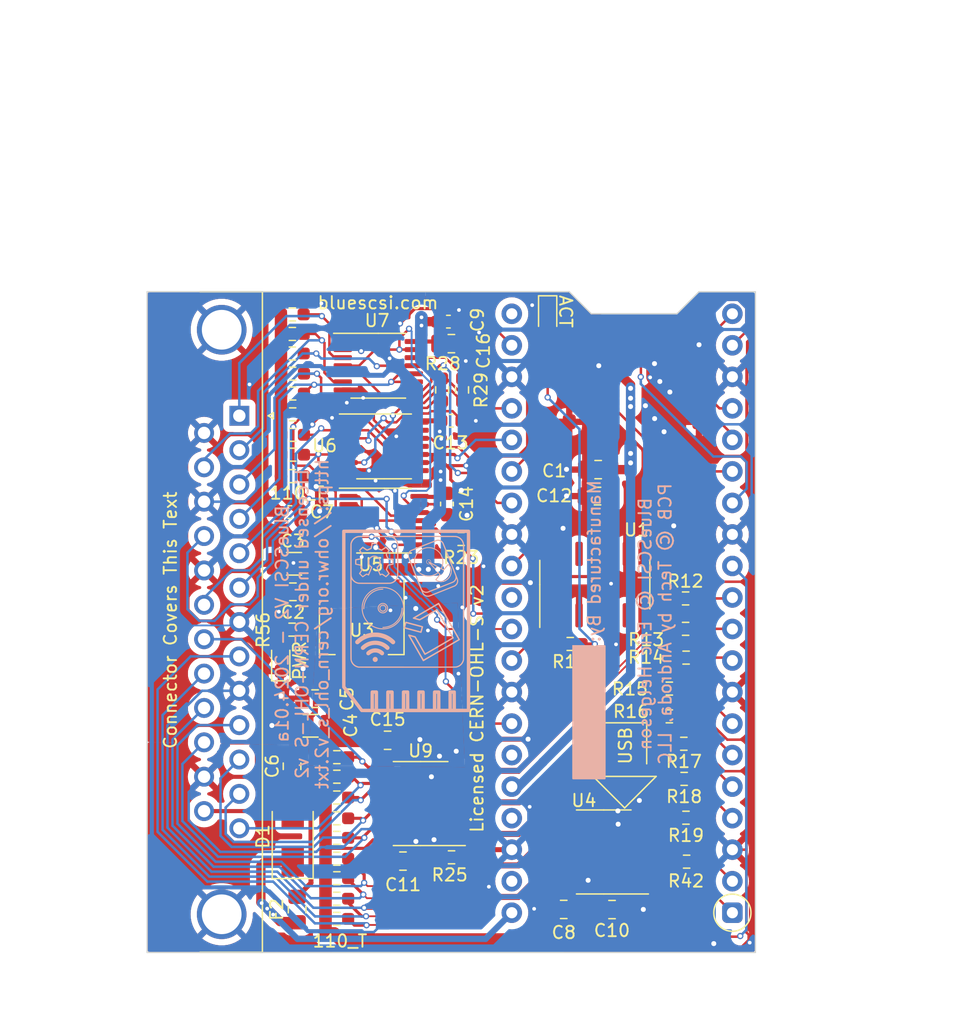
<source format=kicad_pcb>
(kicad_pcb (version 20240108) (generator "pcbnew") (generator_version "8.0")
  (layers (0 "F.Cu" signal) (31 "B.Cu" signal) (34 "B.Paste" user) (35 "F.Paste" user) (36 "B.SilkS" user "B.Silkscreen") (37 "F.SilkS" user "F.Silkscreen") (38 "B.Mask" user) (39 "F.Mask" user) (44 "Edge.Cuts" user))
  (net 0 "")
  (net 1 "GND")
  (net 2 "+2V8")
  (net 3 "+5V")
  (net 4 "iATN")
  (net 5 "oIO")
  (net 6 "oREQ")
  (net 7 "oSEL")
  (net 8 "oBSY")
  (net 9 "SD_CLK")
  (net 10 "oCD_iSEL")
  (net 11 "ATN")
  (net 12 "BSY")
  (net 13 "DBP")
  (net 14 "ACK")
  (net 15 "RST")
  (net 16 "MSG")
  (net 17 "SEL")
  (net 18 "CD")
  (net 19 "REQ")
  (net 20 "IO")
  (net 21 "DB7")
  (net 22 "DB6")
  (net 23 "DB5")
  (net 24 "DB4")
  (net 25 "DB3")
  (net 26 "DB2")
  (net 27 "DB1")
  (net 28 "DB0")
  (net 29 "+3V3")
  (net 30 "SEL_BUFF")
  (net 31 "BSY_BUFF")
  (net 32 "+5VP")
  (net 33 "oMSG_iBSY")
  (net 34 "+5F")
  (net 35 "SD_CMD_MOSI")
  (net 36 "DB4T")
  (net 37 "DB5T")
  (net 38 "DB6T")
  (net 39 "DB7T")
  (net 40 "DBPT")
  (net 41 "DB0T")
  (net 42 "DB1T")
  (net 43 "DB3T")
  (net 44 "DB2T")
  (net 45 "SD_D0_MISO")
  (net 46 "DBPTr")
  (net 47 "Net-(D2-A)")
  (net 48 "SD_D1")
  (net 49 "SD_D2")
  (net 50 "Net-(D3-A)")
  (net 51 "Net-(RP1-G8)")
  (net 52 "Net-(RP1-G7)")
  (net 53 "Net-(RP1-G6)")
  (net 54 "Net-(RP1-G5)")
  (net 55 "SD_D3_CS")
  (net 56 "iRST")
  (net 57 "Net-(RP1-G4)")
  (net 58 "iACK")
  (net 59 "Net-(RP1-G3)")
  (net 60 "Net-(RP1-G2)")
  (net 61 "Net-(RP1-G1)")
  (net 62 "SERIAL_OUT")
  (net 63 "Net-(RP1-G0)")
  (net 84 "Net-(R11-Pad1)")
  (footprint "Capacitor_SMD:C_1206_3216Metric_Pad1.42x1.75mm_HandSolder" (layer "F.Cu") (at 111.87 95.99 180)
    (property "Reference" "C3")
    (property "Value" "47uF")
  )
  (footprint "Capacitor_SMD:C_1206_3216Metric_Pad1.42x1.75mm_HandSolder" (layer "F.Cu") (at 113.2009 109.0422 180)
    (property "Reference" "C4")
    (property "Value" "47uF")
  )
  (footprint "Package_TO_SOT_SMD:SOT-223-3_TabPin2" (layer "F.Cu") (at 117.3226 101.3972 -90)
    (property "Reference" "U3")
    (property "Value" "AMS1117-2.85")
  )
  (footprint "CustomFootprints:BluePillModule" (layer "F.Cu") (at 139.57666 126.6444 180)
    (property "Reference" "RP1" (hide yes))
    (property "Value" "Pico_Footprint")
  )
  (footprint "Capacitor_SMD:C_0805_2012Metric_Pad1.15x1.40mm_HandSolder" (layer "F.Cu") (at 111.7764 98.2472 180)
    (property "Reference" "C2")
    (property "Value" "0.1uF")
  )
  (footprint "Capacitor_SMD:C_0805_2012Metric_Pad1.15x1.40mm_HandSolder" (layer "F.Cu") (at 113.5634 106.8578 180)
    (property "Reference" "C5")
    (property "Value" "0.1uF")
  )
  (footprint "Capacitor_SMD:C_0805_2012Metric_Pad1.15x1.40mm_HandSolder" (layer "F.Cu") (at 111.7092 112.3024 90)
    (property "Reference" "C6")
    (property "Value" "4.7uF")
  )
  (footprint "Capacitor_SMD:C_0805_2012Metric_Pad1.15x1.40mm_HandSolder" (layer "F.Cu") (at 136.32776 90.5336 180)
    (property "Reference" "C12")
    (property "Value" "4.7uF")
  )
  (footprint "Diode_SMD:D_SMA" (layer "F.Cu") (at 111.76 117.951 90)
    (property "Reference" "D1")
    (property "Value" "D")
  )
  (footprint "Resistor_SMD:R_0603_1608Metric_Pad0.98x0.95mm_HandSolder" (layer "F.Cu") (at 143.31 113.32 180)
    (property "Reference" "R18")
    (property "Value" "1k")
  )
  (footprint "Resistor_SMD:R_0603_1608Metric_Pad0.98x0.95mm_HandSolder" (layer "F.Cu") (at 115.3179 119.7488)
    (property "Reference" "R39" (hide yes))
    (property "Value" "R")
  )
  (footprint "Resistor_SMD:R_0603_1608Metric_Pad0.98x0.95mm_HandSolder" (layer "F.Cu") (at 111.7562 82.2706)
    (property "Reference" "R4" (hide yes))
    (property "Value" "R")
  )
  (footprint "Resistor_SMD:R_0603_1608Metric_Pad0.98x0.95mm_HandSolder" (layer "F.Cu") (at 115.3179 114.8212)
    (property "Reference" "R33" (hide yes))
    (property "Value" "R")
  )
  (footprint "Resistor_SMD:R_0603_1608Metric_Pad0.98x0.95mm_HandSolder" (layer "F.Cu") (at 115.3179 124.6002)
    (property "Reference" "R36" (hide yes))
    (property "Value" "R")
  )
  (footprint "Resistor_SMD:R_0603_1608Metric_Pad0.98x0.95mm_HandSolder" (layer "F.Cu") (at 111.7111 101.2952 180)
    (property "Reference" "R56")
    (property "Value" "4.7k")
  )
  (footprint "LED_SMD:LED_0603_1608Metric_Pad1.05x0.95mm_HandSolder" (layer "F.Cu") (at 132.31 76.055 -90)
    (property "Reference" "D2" (hide yes))
    (property "Value" "LED")
  )
  (footprint "Resistor_SMD:R_0603_1608Metric_Pad0.98x0.95mm_HandSolder" (layer "F.Cu") (at 111.7562 85.598)
    (property "Reference" "R5" (hide yes))
    (property "Value" "R")
  )
  (footprint "Resistor_SMD:R_0603_1608Metric_Pad0.98x0.95mm_HandSolder" (layer "F.Cu") (at 115.3179 111.57)
    (property "Reference" "R35" (hide yes))
    (property "Value" "R")
  )
  (footprint "Resistor_SMD:R_0603_1608Metric_Pad0.98x0.95mm_HandSolder" (layer "F.Cu") (at 115.3179 116.4976)
    (property "Reference" "R1" (hide yes))
    (property "Value" "R")
  )
  (footprint "Capacitor_SMD:C_0805_2012Metric_Pad1.18x1.45mm_HandSolder" (layer "F.Cu") (at 133.6025 123.84 180)
    (property "Reference" "C8")
    (property "Value" "0.1uF")
  )
  (footprint "Resistor_SMD:R_0603_1608Metric_Pad0.98x0.95mm_HandSolder" (layer "F.Cu") (at 115.3179 121.3236)
    (property "Reference" "R38" (hide yes))
    (property "Value" "R")
  )
  (footprint "Resistor_SMD:R_0603_1608Metric_Pad0.98x0.95mm_HandSolder" (layer "F.Cu") (at 111.7327 79.0448)
    (property "Reference" "R9" (hide yes))
    (property "Value" "R")
  )
  (footprint "LED_SMD:LED_0603_1608Metric_Pad1.05x0.95mm_HandSolder" (layer "F.Cu") (at 110.7948 103.759 90)
    (property "Reference" "D3" (hide yes))
    (property "Value" "LED")
  )
  (footprint "Resistor_SMD:R_0603_1608Metric_Pad0.98x0.95mm_HandSolder" (layer "F.Cu") (at 115.3179 118.0724)
    (property "Reference" "R40" (hide yes))
    (property "Value" "R")
  )
  (footprint "Package_SO:TSSOP-20_4.4x6.5mm_P0.65mm" (layer "F.Cu") (at 136.83 119.21 180)
    (property "Reference" "U4")
    (property "Value" "LVT245")
  )
  (footprint "Resistor_SMD:R_0603_1608Metric_Pad0.98x0.95mm_HandSolder" (layer "F.Cu") (at 143.4275 101.23 180)
    (property "Reference" "R13")
    (property "Value" "1k")
  )
  (footprint "Resistor_SMD:R_0603_1608Metric_Pad0.98x0.95mm_HandSolder" (layer "F.Cu") (at 143.4575 116.45 180)
    (property "Reference" "R19")
    (property "Value" "1k")
  )
  (footprint "Capacitor_SMD:C_0805_2012Metric_Pad1.18x1.45mm_HandSolder" (layer "F.Cu") (at 119.41 110.21)
    (property "Reference" "C15")
    (property "Value" "4.7uF")
  )
  (footprint "Resistor_SMD:R_0603_1608Metric_Pad0.98x0.95mm_HandSolder" (layer "F.Cu") (at 143.4675 103.55 180)
    (property "Reference" "R14")
    (property "Value" "1k")
  )
  (footprint "Resistor_SMD:R_0603_1608Metric_Pad0.98x0.95mm_HandSolder" (layer "F.Cu") (at 134.13 102.45)
    (property "Reference" "R11")
    (property "Value" "470")
  )
  (footprint "Resistor_SMD:R_0603_1608Metric_Pad0.98x0.95mm_HandSolder" (layer "F.Cu") (at 111.7581 83.947)
    (property "Reference" "R3" (hide yes))
    (property "Value" "R")
  )
  (footprint "Resistor_SMD:R_0603_1608Metric_Pad0.98x0.95mm_HandSolder" (layer "F.Cu") (at 111.7289 75.8952)
    (property "Reference" "R7" (hide yes))
    (property "Value" "R")
  )
  (footprint "Capacitor_SMD:C_0805_2012Metric_Pad1.18x1.45mm_HandSolder" (layer "F.Cu") (at 124.55 78.25)
    (property "Reference" "C16")
    (property "Value" "4.7uF")
  )
  (footprint "Resistor_SMD:R_0603_1608Metric_Pad0.98x0.95mm_HandSolder" (layer "F.Cu") (at 111.7327 77.47)
    (property "Reference" "R8" (hide yes))
    (property "Value" "R")
  )
  (footprint "Resistor_SMD:R_0603_1608Metric_Pad0.98x0.95mm_HandSolder" (layer "F.Cu") (at 111.7308 88.9254)
    (property "Reference" "R2" (hide yes))
    (property "Value" "R")
  )
  (footprint "Library:TF-06_MicroSD" (layer "F.Cu") (at 139.275 77.92)
    (property "Reference" "SD2" (hide yes))
    (property "Value" "MicroSD-TF-06")
  )
  (footprint "Resistor_SMD:R_0603_1608Metric_Pad0.98x0.95mm_HandSolder" (layer "F.Cu") (at 142.1149 108.2802 180)
    (property "Reference" "R16")
    (property "Value" "1k")
  )
  (footprint "Package_SO:SOIC-14_3.9x8.7mm_P1.27mm" (layer "F.Cu") (at 136.11 97.665 90)
    (property "Reference" "U1")
    (property "Value" "74HC14")
  )
  (footprint "Resistor_SMD:R_0603_1608Metric_Pad0.98x0.95mm_HandSolder" (layer "F.Cu") (at 143.2833 110.49 180)
    (property "Reference" "R17")
    (property "Value" "1k")
  )
  (footprint "Capacitor_SMD:C_0805_2012Metric_Pad1.18x1.45mm_HandSolder" (layer "F.Cu") (at 137.4975 123.85)
    (property "Reference" "C10")
    (property "Value" "4.7uF")
  )
  (footprint "Capacitor_SMD:C_0603_1608Metric_Pad1.08x0.95mm_HandSolder" (layer "F.Cu") (at 124.5525 84.46685 180)
    (property "Reference" "C13")
    (property "Value" "0.1uF")
  )
  (footprint "Resistor_SMD:R_0603_1608Metric_Pad0.98x0.95mm_HandSolder" (layer "F.Cu") (at 111.7562 87.1982)
    (property "Reference" "R10" (hide yes))
    (property "Value" "R")
  )
  (footprint "Resistor_SMD:R_0603_1608Metric_Pad0.98x0.95mm_HandSolder" (layer "F.Cu") (at 115.3179 113.1448)
    (property "Reference" "R34" (hide yes))
    (property "Value" "R")
  )
  (footprint "Package_SO:TSSOP-14_4.4x5mm_P0.65mm" (layer "F.Cu") (at 118.65755 80.03)
    (property "Reference" "U7")
    (property "Value" "LVT125")
  )
  (footprint "Resistor_SMD:R_0603_1608Metric_Pad0.98x0.95mm_HandSolder" (layer "F.Cu") (at 115.3179 122.9746)
    (property "Reference" "R37" (hide yes))
    (property "Value" "R")
  )
  (footprint "Fuse:Fuse_0805_2012Metric_Pad1.15x1.40mm_HandSolder" (layer "F.Cu") (at 112.1156 123.8504 -90)
    (property "Reference" "F2")
    (property "Value" "Polyfuse")
  )
  (footprint "Capacitor_SMD:C_0805_2012Metric_Pad1.18x1.45mm_HandSolder" (layer "F.Cu") (at 136.38 88.4 180)
    (property "Reference" "C1")
    (property "Value" "100n")
  )
  (footprint "Resistor_SMD:R_0603_1608Metric_Pad0.98x0.95mm_HandSolder" (layer "F.Cu") (at 142.1149 106.045 180)
    (property "Reference" "R15")
    (property "Value" "1k")
  )
  (footprint "Capacitor_SMD:C_0603_1608Metric_Pad1.08x0.95mm_HandSolder" (layer "F.Cu") (at 111.5314 91.821 180)
    (property "Reference" "C7")
    (property "Value" "0.1uF")
  )
  (footprint "Resistor_SMD:R_0603_1608Metric_Pad0.98x0.95mm_HandSolder" (layer "F.Cu") (at 125.3375 93.99)
    (property "Reference" "R23")
    (property "Value" "1k")
  )
  (footprint "Connector_Dsub:DSUB-25_Male_Horizontal_P2.77x2.84mm_EdgePinOffset7.70mm_Housed_MountingHolesOffset9.12mm" (layer "F.Cu") (at 107.457131 84.0606 -90)
    (property "Reference" "J2" (hide yes))
    (property "Value" "DB25_Male_MountingHoles")
  )
  (footprint "Resistor_SMD:R_0603_1608Metric_Pad0.98x0.95mm_HandSolder" (layer "F.Cu") (at 124.5625 119.64 180)
    (property "Reference" "R25")
    (property "Value" "1k" (hide yes))
  )
  (footprint "Package_SO:TSSOP-14_4.4x5mm_P0.65mm" (layer "F.Cu") (at 119.1222 92.51)
    (property "Reference" "U5")
    (property "Value" "LVT125")
  )
  (footprint "Package_SO:TSSOP-20_4.4x6.5mm_P0.65mm" (layer "F.Cu") (at 122.07 115.31 180)
    (property "Reference" "U9")
    (property "Value" "LVT245")
  )
  (footprint "Package_SO:TSSOP-14_4.4x5mm_P0.65mm" (layer "F.Cu") (at 119.125378 86.53)
    (property "Reference" "U6")
    (property "Value" "LVT125")
  )
  (footprint "Resistor_SMD:R_0603_1608Metric_Pad0.98x0.95mm_HandSolder" (layer "F.Cu") (at 111.7562 80.6704)
    (property "Reference" "R6" (hide yes))
    (property "Value" "R")
  )
  (footprint "Capacitor_SMD:C_0805_2012Metric_Pad1.18x1.45mm_HandSolder" (layer "F.Cu") (at 120.647 119.9448)
    (property "Reference" "C11")
    (property "Value" "0.1uF")
  )
  (footprint "Capacitor_SMD:C_0603_1608Metric_Pad1.08x0.95mm_HandSolder" (layer "F.Cu") (at 124.19 91.1725 90)
    (property "Reference" "C14")
    (property "Value" "0.1uF")
  )
  (footprint "Resistor_SMD:R_0603_1608Metric_Pad0.98x0.95mm_HandSolder" (layer "F.Cu") (at 125.410084 81.977584 90)
    (property "Reference" "R29")
    (property "Value" "1k")
  )
  (footprint "Capacitor_SMD:C_0603_1608Metric_Pad1.08x0.95mm_HandSolder" (layer "F.Cu") (at 124.31 76.48 180)
    (property "Reference" "C9")
    (property "Value" "0.1uF" (hide yes))
  )
  (footprint "Resistor_SMD:R_0603_1608Metric_Pad0.98x0.95mm_HandSolder" (layer "F.Cu") (at 143.4275 98.7806 180)
    (property "Reference" "R12")
    (property "Value" "1k")
  )
  (footprint "Resistor_SMD:R_0603_1608Metric_Pad0.98x0.95mm_HandSolder" (layer "F.Cu") (at 143.51 119.99 180)
    (property "Reference" "R42")
    (property "Value" "1k")
  )
  (footprint "Resistor_SMD:R_0603_1608Metric_Pad0.98x0.95mm_HandSolder" (layer "F.Cu") (at 123.806084 81.975684 -90)
    (property "Reference" "R28")
    (property "Value" "1k")
  )
  (footprint "LOGO" (layer "B.Cu") (at 120.904 100.584 180)
    (property "Reference" "G***" (hide yes))
    (property "Value" "LOGO" (hide yes))
  )
  (gr_rect (start 134.366 102.616) (end 136.906 113.284) (stroke (width 0.15)) (fill solid) (layer "B.SilkS"))
  (gr_line (start 134.05 74.0664) (end 135.82 75.84) (stroke (width 0.1)) (layer "Edge.Cuts"))
  (gr_line (start 100.0252 127.3048) (end 100.0252 74.0664) (stroke (width 0.1)) (layer "Edge.Cuts"))
  (gr_line (start 100.0252 74.0664) (end 134.05 74.0664) (stroke (width 0.1)) (layer "Edge.Cuts"))
  (gr_line (start 149.05 74.07) (end 149.05 127.3048) (stroke (width 0.1)) (layer "Edge.Cuts"))
  (gr_line (start 149.05 74.07) (end 144.5 74.07) (stroke (width 0.1)) (layer "Edge.Cuts"))
  (gr_line (start 100.0252 127.3048) (end 149.05 127.3048) (stroke (width 0.1)) (layer "Edge.Cuts"))
  (gr_line (start 135.82 75.84) (end 142.73 75.84) (stroke (width 0.1)) (layer "Edge.Cuts"))
  (gr_line (start 144.5 74.07) (end 142.73 75.84) (stroke (width 0.1)) (layer "Edge.Cuts"))
  (gr_text "Manufactured By:" (at 136.652 89.154 90) (layer "B.SilkS") (effects (font (size 1 1)) (justify left bottom mirror)))
  (gr_text "BlueSCSI © Eric Helgeson\nPCB © Tech by Androda, LLC" (at 140.97 100.838 90) (layer "B.SilkS") (effects (font (size 1 1)) (justify mirror)))
  (gr_text "BlueSCSI V2 - 2024.01a\nLicensed under CERN-OHL-S v2\nhttps://ohwr.org/cern_ohl_s_v2.txt" (at 112.522 100.838 90) (layer "B.SilkS") (effects (font (size 1 1)) (justify mirror)))
  (gr_text "ACT" (at 133.76 75.66 -90) (layer "F.SilkS") (effects (font (size 1 1))))
  (gr_text "bluescsi.com" (at 118.63 74.96 0) (layer "F.SilkS") (effects (font (size 1 1))))
  (gr_text "110_T" (at 115.57 126.39 0) (layer "F.SilkS") (effects (font (size 1 1))))
  (gr_text "110_T" (at 112.115211 90.293589 0) (layer "F.SilkS") (effects (font (size 1 1))))
  (gr_text "PWR" (at 112.3188 103.7844 90) (layer "F.SilkS") (effects (font (size 1 1))))
  (gr_text "Connector Covers This Text" (at 101.9048 100.5332 90) (layer "F.SilkS") (effects (font (size 1 1))))
  (gr_text "Licensed CERN-OHL-S v2" (at 127.2 117.74 90) (layer "F.SilkS") (effects (font (size 1 1)) (justify left bottom)))
  (segment (start 123.050378 89.0312) (end 122.684789 89.396789) (width 0.25) (layer "F.Cu") (net 1))
  (segment (start 129.41666 119.0244) (end 129.4456 119.0244) (width 0.2) (layer "F.Cu") (net 1))
  (segment (start 148.54286 107.6706) (end 148.54286 109.8042) (width 0.2) (layer "F.Cu") (net 1))
  (segment (start 125.75 88.08) (end 124.16 88.08) (width 0.25) (layer "F.Cu") (net 1))
  (segment (start 120.3372 98.2472) (end 121.185 99.095) (width 0.75) (layer "F.Cu") (net 1))
  (segment (start 106.037131 77.1306) (end 108.085331 75.0824) (width 0.4) (layer "F.Cu") (net 1))
  (segment (start 147.19666 93.6244) (end 147.19666 93.513561) (width 0.25) (layer "F.Cu") (net 1))
  (segment (start 127.9398 86.4616) (end 127.9398 86.1568) (width 0.33) (layer "F.Cu") (net 1))
  (segment (start 125.7304 123.7996) (end 127.52 122.01) (width 0.142) (layer "F.Cu") (net 1))
  (segment (start 119.99 88.48) (end 120.906789 89.396789) (width 0.2) (layer "F.Cu") (net 1))
  (segment (start 109.1438 94.615) (end 109.1438 95.758) (width 0.33) (layer "F.Cu") (net 1))
  (segment (start 117.609762 123.7996) (end 125.7304 123.7996) (width 0.142) (layer "F.Cu") (net 1))
  (segment (start 106.7 99.29) (end 107.94 99.29) (width 0.25) (layer "F.Cu") (net 1))
  (segment (start 146.7866 110.1598) (end 148.18726 110.1598) (width 0.2) (layer "F.Cu") (net 1))
  (segment (start 148.51746 115.8748) (end 148.51746 117.7036) (width 0.2) (layer "F.Cu") (net 1))
  (segment (start 148.3106 120.8532) (end 148.4122 120.7516) (width 0.15) (layer "F.Cu") (net 1))
  (segment (start 103.1748 86.887931) (end 103.1748 98.6282) (width 0.33) (layer "F.Cu") (net 1))
  (segment (start 106.6292 93.7768) (end 106.5784 93.8276) (width 0.33) (layer "F.Cu") (net 1))
  (segment (start 148.726911 91.983311) (end 148.74569 91.964532) (width 0.25) (layer "F.Cu") (net 1))
  (segment (start 106.26 117.81) (end 106.26 116.76) (width 0.25) (layer "F.Cu") (net 1))
  (segment (start 120.41 76.62) (end 121.6 75.43) (width 0.25) (layer "F.Cu") (net 1))
  (segment (start 148.74666 77.78334) (end 148.74666 75.202369) (width 0.25) (layer "F.Cu") (net 1))
  (segment (start 116.2597 94.46) (end 118.234222 94.46) (width 0.4) (layer "F.Cu") (net 1))
  (segment (start 108.7628 110.3376) (end 108.712 110.3884) (width 0.33) (layer "F.Cu") (net 1))
  (segment (start 110.6689 91.821) (end 110.6689 93.1661) (width 0.75) (layer "F.Cu") (net 1))
  (segment (start 148.34666 87.77666) (end 148.34666 89.41) (width 0.25) (layer "F.Cu") (net 1))
  (segment (start 141.04846 77.4402) (end 141.0489 77.44064) (width 0.142) (layer "F.Cu") (net 1))
  (segment (start 127.5356 119.0244) (end 127.52 119.04) (width 0.4) (layer "F.Cu") (net 1))
  (segment (start 148.34666 89.41) (end 148.34666 89.60334) (width 0.25) (layer "F.Cu") (net 1))
  (segment (start 106.553 110.3884) (end 106.553 110.383) (width 0.25) (layer "F.Cu") (net 1))
  (segment (start 108.8771 112.8903) (end 108.6104 113.157) (width 0.33) (layer "F.Cu") (net 1))
  (segment (start 122.715686 83.88) (end 122.33 83.88) (width 0.2) (layer "F.Cu") (net 1))
  (segment (start 120.73 74.525) (end 126.985 74.525) (width 0.25) (layer "F.Cu") (net 1))
  (segment (start 124.495 89.2144) (end 124.495 88.415) (width 0.25) (layer "F.Cu") (net 1))
  (segment (start 113.334411 84.756389) (end 113.334411 84.695589) (width 0.25) (layer "F.Cu") (net 1))
  (segment (start 125.1725 77.835) (end 125.5875 78.25) (width 0.25) (layer "F.Cu") (net 1))
  (segment (start 147.19666 119.0244) (end 148.336 119.0244) (width 0.2) (layer "F.Cu") (net 1))
  (segment (start 141.0489 77.44064) (end 140.925 77.56454) (width 0.33) (layer "F.Cu") (net 1))
  (segment (start 125.62 75.55) (end 126.4 76.33) (width 0.2) (layer "F.Cu") (net 1))
  (segment (start 118.234222 94.46) (end 118.452511 94.678289) (width 0.4) (layer "F.Cu") (net 1))
  (segment (start 109.2708 75.0824) (end 109.855 75.0824) (width 0.4) (layer "F.Cu") (net 1))
  (segment (start 118.210978 87.4698) (end 118.210978 88.0794) (width 0.2) (layer "F.Cu") (net 1))
  (segment (start 148.35 97.4344) (end 146.1516 97.4344) (width 0.2) (layer "F.Cu") (net 1))
  (segment (start 116.262878 88.48) (end 117.2 88.48) (width 0.4) (layer "F.Cu") (net 1))
  (segment (start 146.558 112.6998) (end 148.463 112.6998) (width 0.2) (layer "F.Cu") (net 1))
  (segment (start 103.1494 98.6536) (end 103.2764 98.5266) (width 0.33) (layer "F.Cu") (net 1))
  (segment (start 128.0668 86.5886) (end 127.9398 86.4616) (width 0.33) (layer "F.Cu") (net 1))
  (segment (start 130.73 110.12) (end 128.27 110.12) (width 0.4) (layer "F.Cu") (net 1))
  (segment (start 109.07 118.41) (end 109.0544 118.4256) (width 0.25) (layer "F.Cu") (net 1))
  (segment (start 119.757106 85.72) (end 119.146396 85.10929) (width 0.4) (layer "F.Cu") (net 1))
  (segment (start 127.57 122.01) (end 127.57 121.96) (width 0.142) (layer "F.Cu") (net 1))
  (segment (start 137.08694 79.4468) (end 137.08694 77.6942) (width 0.142) (layer "F.Cu") (net 1))
  (segment (start 107.08 118.55) (end 107 118.55) (width 0.25) (layer "F.Cu") (net 1))
  (segment (start 109.0544 118.4256) (end 106.99114 118.4256) (width 0.25) (layer "F.Cu") (net 1))
  (segment (start 148.336 119.0244) (end 148.336 120.8278) (width 0.2) (layer "F.Cu") (net 1))
  (segment (start 130.73014 84.201) (end 130.73014 84.23372) (width 0.33) (layer "F.Cu") (net 1))
  (segment (start 108.331 96.5708) (end 106.7308 96.5708) (width 0.33) (layer "F.Cu") (net 1))
  (segment (start 148.51746 97.48886) (end 148.51746 105.0036) (width 0.2) (layer "F.Cu") (net 1))
  (segment (start 129.4456 119.0244) (end 132.72 115.75) (width 0.2) (layer "F.Cu") (net 1))
  (segment (start 108.93 118.55) (end 107.08 118.55) (width 0.25) (layer "F.Cu") (net 1))
  (segment (start 148.336 120.16374) (end 148.336 120.27) (width 0.2) (layer "F.Cu") (net 1))
  (segment (start 113.5428 126.5428) (end 114.06 127.06) (width 0.15) (layer "F.Cu") (net 1))
  (segment (start 125.16 75.54) (end 125.61 75.54) (width 0.2) (layer "F.Cu") (net 1))
  (segment (start 113.334411 84.695589) (end 113.84 84.19) (width 0.25) (layer "F.Cu") (net 1))
  (segment (start 135.12 116.131544) (end 135.12 117.56) (width 0.2) (layer "F.Cu") (net 1))
  (segment (start 113.93 90.04) (end 113.65 89.76) (width 0.75) (layer "F.Cu") (net 1))
  (segment (start 125.1725 76.48) (end 125.1725 75.5525) (width 0.25) (layer "F.Cu") (net 1))
  (segment (start 148.336 120.8278) (end 148.336 125.69728) (width 0.2) (layer "F.Cu") (net 1))
  (segment (start 121.01 99.27) (end 121.185 99.095) (width 0.75) (layer "F.Cu") (net 1))
  (segment (start 103.1494 111.677869) (end 103.1494 109.3724) (width 0.33) (layer "F.Cu") (net 1))
  (segment (start 117.28 78.84) (end 118.33 77.79) (width 0.25) (layer "F.Cu") (net 1))
  (segment (start 121.3866 98.2472) (end 121.5644 98.425) (width 1.5) (layer "F.Cu") (net 1))
  (segment (start 148.4122 79.6036) (end 148.4122 78.1178) (width 0.25) (layer "F.Cu") (net 1))
  (segment (start 106.46 99.55) (end 106.46 99.53) (width 0.25) (layer "F.Cu") (net 1))
  (segment (start 105.81 109.31) (end 105.51 109.01) (width 0.25) (layer "F.Cu") (net 1))
  (segment (start 148.34666 89.60334) (end 148.28 89.67) (width 0.25) (layer "F.Cu") (net 1))
  (segment (start 117.911978 88.48) (end 119.99 88.48) (width 0.2) (layer "F.Cu") (net 1))
  (segment (start 134.738456 115.75) (end 135.12 116.131544) (width 0.2) (layer "F.Cu") (net 1))
  (segment (start 114.06 127.06) (end 133.71 127.06) (width 0.15) (layer "F.Cu") (net 1))
  (segment (start 115.79505 81.98) (end 115.875686 81.98) (width 0.2) (layer "F.Cu") (net 1))
  (segment (start 148.54 87.97) (end 148.335 87.765) (width 0.25) (layer "F.Cu") (net 1))
  (segment (start 147.19666 93.6244) (end 148.64446 95.0722) (width 0.25) (layer "F.Cu") (net 1))
  (segment (start 147.19666 80.9244) (end 148.3614 82.08914) (width 0.2) (layer "F.Cu") (net 1))
  (segment (start 148.3106 125.721168) (end 148.3106 120.8532) (width 0.15) (layer "F.Cu") (net 1))
  (segment (start 104.21 100.59) (end 105.42 100.59) (width 0.25) (layer "F.Cu") (net 1))
  (segment (start 136.46388 76.17612) (end 135.202216 77.437784) (width 0.2) (layer "F.Cu") (net 1))
  (segment (start 119.151011 95.376789) (end 118.528711 94.754489) (width 0.25) (layer "F.Cu") (net 1))
  (segment (start 119.6226 98.2472) (end 119.6226 99.27) (width 0.75) (layer "F.Cu") (net 1))
  (segment (start 147.19666 106.3244) (end 148.54286 107.6706) (width 0.2) (layer "F.Cu") (net 1))
  (segment (start 127.57 121.96) (end 127.56 121.97) (width 0.142) (layer "F.Cu") (net 1))
  (segment (start 110.6689 91.821) (end 109.1692 91.821) (width 0.75) (layer "F.Cu") (net 1))
  (segment (start 124.16 88.08) (end 124.0613 87.9813) (width 0.25) (layer "F.Cu") (net 1))
  (segment (start 123.595 112.385) (end 123.58 112.37) (width 0.4) (layer "F.Cu") (net 1))
  (segment (start 115.79505 81.98) (end 117.08 81.98) (width 0.4) (layer "F.Cu") (net 1))
  (segment (start 108.5596 85.5472) (end 106.2736 85.5472) (width 0.33) (layer "F.Cu") (net 1))
  (segment (start 103.1748 98.6282) (end 103.1494 98.6536) (width 0.33) (layer "F.Cu") (net 1))
  (segment (start 135.565 121.485) (end 135.57 121.49) (width 0.4) (layer "F.Cu") (net 1))
  (segment (start 145.796 92.7862) (end 145.7198 92.71) (width 0.33) (layer "F.Cu") (net 1))
  (segment (start 148.54 87.97) (end 148.54 89.21666) (width 0.25) (layer "F.Cu") (net 1))
  (segment (start 120.89 95.376789) (end 117.383211 95.376789) (width 0.4) (layer "F.Cu") (net 1))
  (segment (start 103.1494 109.3724) (end 103.1494 103.46) (width 0.33) (layer "F.Cu") (net 1))
  (segment (start 115.29 84.58) (end 114.94 84.23) (width 0.25) (layer "F.Cu") (net 1))
  (segment (start 109.1438 91.0336) (end 106.4768 91.0336) (width 0.33) (layer "F.Cu") (net 1))
  (segment (start 108.6104 113.157) (end 106.7816 113.157) (width 0.33) (layer "F.Cu") (net 1))
  (segment (start 109.07 118.41) (end 108.93 118.55) (width 0.25) (layer "F.Cu") (net 1))
  (segment (start 148.3614 86.92246) (end 147.95866 87.3252) (width 0.25) (layer "F.Cu") (net 1))
  (segment (start 128.19746 84.7852) (end 128.09586 84.6836) (width 0.33) (layer "F.Cu") (net 1))
  (segment (start 118.99 94.509417) (end 119.857372 95.376789) (width 0.4) (layer "F.Cu") (net 1))
  (segment (start 119.99 95.376789) (end 119.151011 95.376789) (width 0.25) (layer "F.Cu") (net 1))
  (segment (start 116.262878 86.53) (end 117.271178 86.53) (width 0.2) (layer "F.Cu") (net 1))
  (segment (start 117.8738 75.0062) (end 117.96 74.92) (width 0.25) (layer "F.Cu") (net 1))
  (segment (start 138.44 116.28) (end 137.88 116.28) (width 0.45) (layer "F.Cu") (net 1))
  (segment (start 114.94 84.23) (end 114.93 84.23) (width 0.25) (layer "F.Cu") (net 1))
  (segment (start 148.336 116.05626) (end 148.336 119.0244) (width 0.2) (layer "F.Cu") (net 1))
  (segment (start 118.210978 88.0794) (end 117.810378 88.48) (width 0.2) (layer "F.Cu") (net 1))
  (segment (start 145.5928 111.7346) (end 146.558 112.6998) (width 0.2) (layer "F.Cu") (net 1))
  (segment (start 103.1494 103.46) (end 103.1494 98.6536) (width 0.33) (layer "F.Cu") (net 1))
  (segment (start 135.202216 77.437784) (end 135.022216 77.437784) (width 0.2) (layer "F.Cu") (net 1))
  (segment (start 119.6226 99.27) (end 119.6226 99.7226) (width 0.75) (layer "F.Cu") (net 1))
  (segment (start 134.05 80.1) (end 136.43374 80.1) (width 0.142) (layer "F.Cu") (net 1))
  (segment (start 128.27 110.12) (end 128.24 110.09) (width 0.4) (layer "F.Cu") (net 1))
  (segment (start 119.6226 98.2472) (end 120.3372 98.2472) (width 0.75) (layer "F.Cu") (net 1))
  (segment (start 117.2 88.48) (end 117.87 89.15) (width 0.4) (layer "F.Cu") (net 1))
  (segment (start 141.3002 109.4232) (end 144.526 109.4232) (width 0.2) (layer "F.Cu") (net 1))
  (segment (start 133.71 127.06) (end 135.61 125.16) (width 0.15) (layer "F.Cu") (net 1))
  (segment (start 109.1438 91.8464) (end 109.1438 91.0336) (width 0.33) (layer "F.Cu") (net 1))
  (segment (start 148.463 112.6998) (end 148.51746 112.75426) (width 0.2) (layer "F.Cu") (net 1))
  (segment (start 148.74569 88.17569) (end 148.54 87.97) (width 0.25) (layer "F.Cu") (net 1))
  (segment (start 116.12 83.01) (end 117.38 83.01) (width 0.2) (layer "F.Cu") (net 1))
  (segment (start 148.51746 105.0036) (end 148.64446 104.8766) (width 0.25) (layer "F.Cu") (net 1))
  (segment (start 116.262878 88.48) (end 117.911978 88.48) (width 0.4) (layer "F.Cu") (net 1))
  (segment (start 107.667522 102.07) (end 107.04 102.07) (width 0.25) (layer "F.Cu") (net 1))
  (segment (start 138.445 116.285) (end 138.44 116.28) (width 0.45) (layer "F.Cu") (net 1))
  (segment (start 109.1438 94.615) (end 109.0168 94.615) (width 0.33) (layer "F.Cu") (net 1))
  (segment (start 139.92 101.37) (end 139.34 101.95) (width 0.33) (layer "F.Cu") (net 1))
  (segment (start 129.41666 80.9244) (end 130.73014 82.23788) (width 0.33) (layer "F.Cu") (net 1))
  (segment (start 136.11 93.8) (end 135.79 93.48) (width 0.25) (layer "F.Cu") (net 1))
  (segment (start 124.9325 112.385) (end 123.595 112.385) (width 0.4) (layer "F.Cu") (net 1))
  (segment (start 103.32 99.7) (end 104.21 100.59) (width 0.25) (layer "F.Cu") (net 1))
  (segment (start 106.46 99.53) (end 106.7 99.29) (width 0.25) (layer "F.Cu") (net 1))
  (segment (start 123.68 83.69185) (end 122.903836 83.69185) (width 0.2) (layer "F.Cu") (net 1))
  (segment (start 110.0836 109.0168) (end 108.8771 110.2233) (width 0.33) (layer "F.Cu") (net 1))
  (segment (start 109.1692 91.821) (end 109.1438 91.8464) (width 0.75) (layer "F.Cu") (net 1))
  (segment (start 148.51746 126.28514) (end 148.0566 126.746) (width 0.2) (layer "F.Cu") (net 1))
  (segment (start 114.0714 75.0062) (end 117.8738 75.0062) (width 0.25) (layer "F.Cu") (net 1))
  (segment (start 123.439078 87.9813) (end 123.050378 88.37) (width 0.25) (layer "F.Cu") (net 1))
  (segment (start 109.0168 94.615) (end 108.1786 93.7768) (width 0.33) (layer "F.Cu") (net 1))
  (segment (start 142.47 89.29) (end 139.02 85.84) (width 0.25) (layer "F.Cu") (net 1))
  (segment (start 140.925 80.915) (end 140.925 79.515) (width 1.33) (layer "F.Cu") (net 1))
  (segment (start 117.96 74.92) (end 118.355 74.525) (width 0.25) (layer "F.Cu") (net 1))
  (segment (start 118.297843 84.402157) (end 119.075686 85.18) (width 0.2) (layer "F.Cu") (net 1))
  (segment (start 126.985 74.525) (end 127.51 75.05) (width 0.25) (layer "F.Cu") (net 1))
  (segment (start 105.42 100.59) (end 106.46 99.55) (width 0.25) (layer "F.Cu") (net 1))
  (segment (start 121.185 99.095) (end 121.68 99.59) (width 0.75) (layer "F.Cu") (net 1))
  (segment (start 148.74569 91.964532) (end 148.74569 88.17569) (width 0.25) (layer "F.Cu") (net 1))
  (segment (start 122.33 83.88) (end 122.06 83.88) (width 0.2) (layer "F.Cu") (net 1))
  (segment (start 148.51746 115.8748) (end 148.336 116.05626) (width 0.2) (layer "F.Cu") (net 1))
  (segment (start 142.16 82.15) (end 140.925 80.915) (width 1.33) (layer "F.Cu") (net 1))
  (segment (start 119.857372 95.376789) (end 119.99 95.376789) (width 0.4) (layer "F.Cu") (net 1))
  (segment (start 146.304 92.7862) (end 145.796 92.7862) (width 0.33) (layer "F.Cu") (net 1))
  (segment (start 119.075686 85.18) (end 120.081922 85.18) (width 0.2) (layer "F.Cu") (net 1))
  (segment (start 148.51746 115.8748) (end 148.51746 112.75426) (width 0.25) (layer "F.Cu") (net 1))
  (segment (start 122.903836 83.69185) (end 122.715686 83.88) (width 0.2) (layer "F.Cu") (net 1))
  (segment (start 108.8771 110.2233) (end 108.8771 112.8903) (width 0.33) (layer "F.Cu") (net 1))
  (segment (start 108.1786 93.7768) (end 106.6292 93.7768) (width 0.33) (layer "F.Cu") (net 1))
  (segment (start 125.61 75.54) (end 125.62 75.55) (width 0.2) (layer "F.Cu") (net 1))
  (segment (start 110.6689 91.7459) (end 109.7534 90.8304) (width 0.75) (layer "F.Cu") (net 1))
  (segment (start 118.99 93.56) (end 118.99 94.1408) (width 0.4) (layer "F.Cu") (net 1))
  (segment (start 124.0613 87.9813) (end 123.439078 87.9813) (width 0.25) (layer "F.Cu") (net 1))
  (segment (start 136.17 121.485) (end 138.535 123.85) (width 0.4) (layer "F.Cu") (net 1))
  (segment (start 108.4834 88.2396) (end 108.458 88.2142) (width 0.33) (layer "F.Cu") (net 1))
  (segment (start 104.617131 85.4456) (end 103.1748 86.887931) (width 0.33) (layer "F.Cu") (net 1))
  (segment (start 129.41666 119.0244) (end 127.5356 119.0244) (width 0.4) (layer "F.Cu") (net 1))
  (segment (start 117.383211 95.376789) (end 117.32 95.44) (width 0.4) (layer "F.Cu") (net 1))
  (segment (start 148.64446 104.8766) (end 147.19666 106.3244) (width 0.25) (layer "F.Cu") (net 1))
  (segment (start 133.9675 121.485) (end 135.565 121.485) (width 0.4) (layer "F.Cu") (net 1))
  (segment (start 144.526 109.4232) (end 145.5928 110.49) (width 0.2) (layer "F.Cu") (net 1))
  (segment (start 142.47 92.93) (end 142.47 89.29) (width 0.25) (layer "F.Cu") (net 1))
  (segment (start 146.35846 92.7862) (end 146.304 92.7862) (width 0.33) (layer "F.Cu") (net 1))
  (segment (start 148.336 120.27) (end 148.336 120.8278) (width 0.2) (layer "F.Cu") (net 1))
  (segment (start 148.356171 125.766739) (end 148.3106 125.721168) (width 0.15) (layer "F.Cu") (net 1))
  (segment (start 148.3614 82.1436) (end 148.3614 86.92246) (width 0.25) (layer "F.Cu") (net 1))
  (segment (start 109.49 103.892478) (end 107.667522 102.07) (width 0.25) (layer "F.Cu") (net 1))
  (segment (start 120.89 95.376789) (end 120.893211 95.38) (width 0.4) (layer "F.Cu") (net 1))
  (segment (start 125.1725 76.48) (end 125.1725 77.835) (width 0.25) (layer "F.Cu") (net 1))
  (segment (start 146.1516 97.4344) (end 146.1008 97.4852) (width 0.2) (layer "F.Cu") (net 1))
  (segment (start 106.06 109.56) (end 105.81 109.31) (width 0.25) (layer "F.Cu") (net 1))
  (segment (start 120.89 95.376789) (end 119.99 95.376789) (width 0.25) (layer "F.Cu") (net 1))
  (segment (start 117.2697 95.47) (end 117.32 95.44) (width 0.4) (layer "F.Cu") (net 1))
  (segment (start 116.262878 84.58) (end 115.29 84.58) (width 0.25) (layer "F.Cu") (net 1))
  (segment (start 130.73014 86.57399) (end 130.142295 87.161835) (width 0.33) (layer "F.Cu") (net 1))
  (segment (start 125.415 84.46685) (end 124.64 83.69185) (width 0.2) (layer "F.Cu") (net 1))
  (segment (start 117.08 81.98) (end 117.13 82.03) (width 0.4) (layer "F.Cu") (net 1))
  (segment (start 148.4122 79.70886) (end 148.4122 79.6036) (width 0.2) (layer "F.Cu") (net 1))
  (segment (start 109.1438 95.758) (end 108.331 96.5708) (width 0.33) (layer "F.Cu") (net 1))
  (segment (start 148.64446 97.50694) (end 148.57192 97.4344) (width 0.2) (layer "F.Cu") (net 1))
  (segment (start 147.19666 119.0244) (end 148.336 120.16374) (width 0.2) (layer "F.Cu") (net 1))
  (segment (start 119.64 99.74) (end 121.53 99.74) (width 0.75) (layer "F.Cu") (net 1))
  (segment (start 148.4122 78.1178) (end 148.74666 77.78334) (width 0.25) (layer "F.Cu") (net 1))
  (segment (start 116.2597 94.46) (end 117.2697 95.47) (width 0.4) (layer "F.Cu") (net 1))
  (segment (start 147.19666 118.5418) (end 147.19666 119.0244) (width 0.2) (layer "F.Cu") (net 1))
  (segment (start 143.69138 77.44064) (end 141.0489 77.44064) (width 0.33) (layer "F.Cu") (net 1))
  (segment (start 130.73014 82.23788) (end 130.73014 84.201) (width 0.33) (layer "F.Cu") (net 1))
  (segment (start 118.33 77.79) (end 118.93 77.79) (width 0.25) (layer "F.Cu") (net 1))
  (segment (start 106.037131 124.2306) (end 108.349331 126.5428) (width 0.15) (layer "F.Cu") (net 1))
  (segment (start 146.451034 74.3194) (end 144.594314 76.17612) (width 0.2) (layer "F.Cu") (net 1))
  (segment (start 135.57 121.49) (end 135.575 121.485) (width 0.4) (layer "F.Cu") (net 1))
  (segment (start 148.302145 74.757855) (end 148.169491 74.6252) (width 0.25) (layer "F.Cu") (net 1))
  (segment (start 120.906789 89.396789) (end 122.684789 89.396789) (width 0.2) (layer "F.Cu") (net 1))
  (segment (start 148.51746 109.8296) (end 148.54286 109.8042) (width 0.25) (layer "F.Cu") (net 1))
  (segment (start 117.38 83.01) (end 118.297843 83.927843) (width 0.2) (layer "F.Cu") (net 1))
  (segment (start 148.0566 126.746) (end 147.9296 126.873) (width 0.2) (layer "F.Cu") (net 1))
  (segment (start 148.57192 97.4344) (end 148.51746 97.48886) (width 0.2) (layer "F.Cu") (net 1))
  (segment (start 109.1438 88.9) (end 108.4834 88.2396) (width 0.33) (layer "F.Cu") (net 1))
  (segment (start 136.43374 80.1) (end 137.08694 79.4468) (width 0.142) (layer "F.Cu") (net 1))
  (segment (start 119.6226 98.2472) (end 121.3866 98.2472) (width 1.5) (layer "F.Cu") (net 1))
  (segment (start 108.458 88.2142) (end 106.8324 88.2142) (width 0.33) (layer "F.Cu") (net 1))
  (segment (start 144.5 78.24926) (end 143.69138 77.44064) (width 0.33) (layer "F.Cu") (net 1))
  (segment (start 113.93 91.75) (end 113.93 90.04) (width 0.75) (layer "F.Cu") (net 1))
  (segment (start 133.9675 121.485) (end 132.905 121.485) (width 0.4) (layer "F.Cu") (net 1))
  (segment (start 109.1438 92.1766) (end 109.1438 91.8464) (width 0.33) (layer "F.Cu") (net 1))
  (segment (start 130.91526 97.5106) (end 128.29906 97.5106) (width 0.33) (layer "F.Cu") (net 1))
  (segment (start 128.524 87.2744) (end 128.0668 86.8172) (width 0.33) (layer "F.Cu") (net 1))
  (segment (start 135.12 117.56) (end 135.41 117.85) (width 0.2) (layer "F.Cu") (net 1))
  (segment (start 130.142295 87.161835) (end 130.02973 87.2744) (width 0.33) (layer "F.Cu") (net 1))
  (segment (start 109.49 105.58) (end 109.49 104.31) (width 0.25) (layer "F.Cu") (net 1))
  (segment (start 126.4 76.33) (end 126.4 76.41) (width 0.2) (layer "F.Cu") (net 1))
  (segment (start 143.7894 107.1626) (end 146.7866 110.1598) (width 0.2) (layer "F.Cu") (net 1))
  (segment (start 109.71 105.8) (end 109.49 105.58) (width 0.25) (layer "F.Cu") (net 1))
  (segment (start 130.73014 84.23372) (end 130.73014 86.57399) (width 0.33) (layer "F.Cu") (net 1))
  (segment (start 106.7308 96.5708) (end 106.7054 96.5454) (width 0.33) (layer "F.Cu") (net 1))
  (segment (start 148.51746 117.7036) (end 147.19666 119.0244) (width 0.2) (layer "F.Cu") (net 1))
  (segment (start 130.02973 87.2744) (end 128.52766 87.2744) (width 0.33) (layer "F.Cu") (net 1))
  (segment (start 118.99 94.1408) (end 118.99 94.509417) (width 0.4) (layer "F.Cu") (net 1))
  (segment (start 103.1748 98.6282) (end 103.32 98.7734) (width 0.25) (layer "F.Cu") (net 1))
  (segment (start 109.0422 85.0646) (end 108.6104 85.4964) (width 0.33) (layer "F.Cu") (net 1))
  (segment (start 147.19666 80.9244) (end 148.4122 79.70886) (width 0.2) (layer "F.Cu") (net 1))
  (segment (start 137.08694 77.6942) (end 137.34094 77.4402) (width 0.142) (layer "F.Cu") (net 1))
  (segment (start 148.51746 110.34126) (end 148.51746 109.8296) (width 0.25) (layer "F.Cu") (net 1))
  (segment (start 121.381922 83.88) (end 122.33 83.88) (width 0.2) (layer "F.Cu") (net 1))
  (segment (start 108.6104 85.4964) (end 108.5596 85.5472) (width 0.33) (layer "F.Cu") (net 1))
  (segment (start 148.35 97.4344) (end 148.336 97.4484) (width 0.2) (layer "F.Cu") (net 1))
  (segment (start 121.53 99.74) (end 121.68 99.59) (width 0.75) (layer "F.Cu") (net 1))
  (segment (start 108.8771 110.2233) (end 108.7628 110.3376) (width 0.33) (layer "F.Cu") (net 1))
  (segment (start 148.51746 110.34126) (end 148.51746 105.0036) (width 0.25) (layer "F.Cu") (net 1))
  (segment (start 118.99 94.1408) (end 118.452511 94.678289) (width 0.4) (layer "F.Cu") (net 1))
  (segment (start 128.0668 86.8172) (end 128.0668 86.7918) (width 0.33) (layer "F.Cu") (net 1))
  (segment (start 110.6689 91.821) (end 110.6689 91.7459) (width 0.75) (layer "F.Cu") (net 1))
  (segment (start 135.022216 77.437784) (end 134.42 78.04) (width 0.2) (layer "F.Cu") (net 1))
  (segment (start 144.26446 125.16) (end 145.69806 126.5936) (width 0.15) (layer "F.Cu") (net 1))
  (segment (start 107.95 119.53) (end 109.07 118.41) (width 0.25) (layer "F.Cu") (net 1))
  (segment (start 103.32 98.7734) (end 103.32 99.7) (width 0.25) (layer "F.Cu") (net 1))
  (segment (start 136.11 95.19) (end 136.11 93.8) (width 0.25) (layer "F.Cu") (net 1))
  (segment (start 132.905 121.485) (end 132.28 122.11) (width 0.4) (layer "F.Cu") (net 1))
  (segment (start 114.93 84.22) (end 114.96 84.25) (width 0.25) (layer "F.Cu") (net 1))
  (segment (start 148.335 87.765) (end 148.34666 87.77666) (width 0.25) (layer "F.Cu") (net 1))
  (segment (start 106.4768 91.0336) (end 106.4514 91.0082) (width 0.33) (layer "F.Cu") (net 1))
  (segment (start 109.0422 83.566) (end 109.0422 85.0646) (width 0.33) (layer "F.Cu") (net 1))
  (segment (start 140.925 79.515) (end 140.92 79.51) (width 1.33) (layer "F.Cu") (net 1))
  (segment (start 120.081922 85.18) (end 121.381922 83.88) (width 0.2) (layer "F.Cu") (net 1))
  (segment (start 147.95866 87.38866) (end 147.95866 87.3252) (width 0.25) (layer "F.Cu") (net 1))
  (segment (start 128.0668 86.7918) (end 128.0668 86.5886) (width 0.33) (layer "F.Cu") (net 1))
  (segment (start 137.06206 113.66134) (end 141.3002 109.4232) (width 0.2) (layer "F.Cu") (net 1))
  (segment (start 106.99114 118.4256) (end 106.332131 117.766591) (width 0.25) (layer "F.Cu") (net 1))
  (segment (start 148.4122 79.8576) (end 148.4122 79.6036) (width 0.25) (layer "F.Cu") (net 1))
  (segment (start 124.495 88.415) (end 124.0613 87.9813) (width 0.25) (layer "F.Cu") (net 1))
  (segment (start 127.52 122.01) (end 127.57 122.01) (width 0.142) (layer "F.Cu") (net 1))
  (segment (start 148.64446 95.42414) (end 148.64446 97.50694) (width 0.25) (layer "F.Cu") (net 1))
  (segment (start 148.51746 112.75426) (end 148.51746 110.34126) (width 0.25) (layer "F.Cu") (net 1))
  (segment (start 148.51746 125.87874) (end 148.51746 126.28514) (width 0.2) (layer "F.Cu") (net 1))
  (segment (start 109.1438 91.0336) (end 109.1438 88.9) (width 0.33) (layer "F.Cu") (net 1))
  (segment (start 137.34094 77.4402) (end 141.04846 77.4402) (width 0.142) (layer "F.Cu") (net 1))
  (segment (start 148.18726 110.1598) (end 148.54286 109.8042) (width 0.2) (layer "F.Cu") (net 1))
  (segment (start 119.6226 99.7226) (end 119.64 99.74) (width 0.75) (layer "F.Cu") (net 1))
  (segment (start 148.54 89.21666) (end 148.34666 89.41) (width 0.25) (layer "F.Cu") (net 1))
  (segment (start 148.51746 126.86934) (end 148.3868 127) (width 0.2) (layer "F.Cu") (net 1))
  (segment (start 119.2075 117.585) (end 120.575 117.585) (width 0.4) (layer "F.Cu") (net 1))
  (segment (start 145.5928 110.49) (end 145.5928 111.7346) (width 0.2) (layer "F.Cu") (net 1))
  (segment (start 109.49 104.31) (end 109.49 103.892478) (width 0.25) (layer "F.Cu") (net 1))
  (segment (start 130.73014 84.23372) (end 130.17866 84.7852) (width 0.33) (layer "F.Cu") (net 1))
  (segment (start 103.1494 103.46) (end 105.33 103.46) (width 0.25) (layer "F.Cu") (net 1))
  (segment (start 148.57192 97.4344) (end 148.35 97.4344) (width 0.2) (layer "F.Cu") (net 1))
  (segment (start 118.297843 83.927843) (end 118.297843 84.402157) (width 0.2) (layer "F.Cu") (net 1))
  (segment (start 110.5392 106.6292) (end 109.71 105.8) (width 0.25) (layer "F.Cu") (net 1))
  (segment (start 125.1725 75.5525) (end 125.16 75.54) (width 0.25) (layer "F.Cu") (net 1))
  (segment (start 135.575 121.485) (end 136.17 121.485) (width 0.4) (layer "F.Cu") (net 1))
  (segment (start 108.085331 75.0824) (end 109.2708 75.0824) (width 0.4) (layer "F.Cu") (net 1))
  (segment (start 119.6226 99.27) (end 121.01 99.27) (width 0.75) (layer "F.Cu") (net 1))
  (segment (start 139.6925 116.285) (end 138.445 116.285) (width 0.45) (layer "F.Cu") (net 1))
  (segment (start 118.355 74.525) (end 120.73 74.525) (width 0.25) (layer "F.Cu") (net 1))
  (segment (start 107 118.55) (end 106.42 117.97) (width 0.25) (layer "F.Cu") (net 1))
  (segment (start 148.336 125.69728) (end 148.51746 125.87874) (width 0.2) (layer "F.Cu") (net 1))
  (segment (start 118.54 93.11) (end 118.99 93.56) (width 0.4) (layer "F.Cu") (net 1))
  (segment (start 135.61 125.16) (end 144.26446 125.16) (width 0.15) (layer "F.Cu") (net 1))
  (segment (start 147.9296 126.873) (end 147.9042 126.873) (width 0.2) (layer "F.Cu") (net 1))
  (segment (start 106.332131 117.766591) (end 106.332131 116.834609) (width 0.25) (layer "F.Cu") (net 1))
  (segment (start 123.050378 88.37) (end 123.050378 89.0312) (width 0.25) (layer "F.Cu") (net 1))
  (segment (start 106.06 109.89) (end 106.06 109.56) (width 0.25) (layer "F.Cu") (net 1))
  (segment (start 108.349331 126.5428) (end 113.5428 126.5428) (width 0.15) (layer "F.Cu") (net 1))
  (segment (start 148.64446 95.0722) (end 148.64446 95.42414) (width 0.25) (layer "F.Cu") (net 1))
  (segment (start 148.64446 95.42414) (end 148.64446 92.065762) (width 0.25) (layer "F.Cu") (net 1))
  (segment (start 132.72 115.75) (end 134.738456 115.75) (width 0.2) (layer "F.Cu") (net 1))
  (segment (start 106.42 117.97) (end 106.26 117.81) (width 0.25) (layer "F.Cu") (net 1))
  (segment (start 121.6 75.43) (end 125.05 75.43) (width 0.25) (layer "F.Cu") (net 1))
  (segment (start 110.8202 106.6292) (end 110.5392 106.6292) (width 0.25) (layer "F.Cu") (net 1))
  (segment (start 114.93 84.23) (end 114.93 84.22) (width 0.25) (layer "F.Cu") (net 1))
  (segment (start 148.335 87.765) (end 147.95866 87.38866) (width 0.25) (layer "F.Cu") (net 1))
  (segment (start 147.19666 93.6244) (end 146.35846 92.7862) (width 0.33) (layer "F.Cu") (net 1))
  (segment (start 105.33 103.46) (end 105.34 103.45) (width 0.25) (layer "F.Cu") (net 1))
  (segment (start 140.925 77.56454) (end 140.925 78.46) (width 0.33) (layer "F.Cu") (net 1))
  (segment (start 148.51746 125.87874) (end 148.51746 126.86934) (width 0.2) (layer "F.Cu") (net 1))
  (segment (start 147.86369 74.3194) (end 146.451034 74.3194) (width 0.2) (layer "F.Cu") (net 1))
  (segment (start 120.575 117.585) (end 120.6 117.61) (width 0.4) (layer "F.Cu") (net 1))
  (segment (start 120.893211 95.38) (end 124.35 95.38) (width 0.4) (layer "F.Cu") (net 1))
  (segment (start 148.74666 75.202369) (end 148.302145 74.757855) (width 0.25) (layer "F.Cu") (net 1))
  (segment (start 148.64446 92.065762) (end 148.726911 91.983311) (width 0.25) (layer "F.Cu") (net 1))
  (segment (start 106.037131 77.1306) (end 106.0288 77.1306) (width 0.2) (layer "F.Cu") (net 1))
  (segment (start 117.271178 86.53) (end 118.210978 87.4698) (width 0.2) (layer "F.Cu") (net 1))
  (segment (start 104.617131 113.1456) (end 103.1494 111.677869) (width 0.33) (layer "F.Cu") (net 1))
  (segment (start 106.553 110.383) (end 106.06 109.89) (width 0.25) (layer "F.Cu") (net 1))
  (segment (start 117.517069 123.706907) (end 117.609762 123.7996) (width 0.142) (layer "F.Cu") (net 1))
  (segment (start 148.302145 74.757855) (end 147.86369 74.3194) (width 0.2) (layer "F.Cu") (net 1))
  (segment (start 125.349 90.0684) (end 124.495 89.2144) (width 0.25) (layer "F.Cu") (net 1))
  (segment (start 117.32 95.44) (end 117.3 95.47) (width 0.4) (layer "F.Cu") (net 1))
  (segment (start 128.52766 87.2744) (end 128.524 87.2744) (width 0.33) (layer "F.Cu") (net 1))
  (segment (start 139.92 100.14) (end 139.92 101.37) (width 0.33) (layer "F.Cu") (net 1))
  (segment (start 147.95866 87.3252) (end 146.20606 87.3252) (width 0.25) (layer "F.Cu") (net 1))
  (segment (start 148.3614 82.08914) (end 148.3614 82.1436) (width 0.2) (layer "F.Cu") (net 1))
  (segment (start 144.594314 76.17612) (end 136.46388 76.17612) (width 0.2) (layer "F.Cu") (net 1))
  (segment (start 148.3614 82.5246) (end 148.3614 79.75966) (width 0.25) (layer "F.Cu") (net 1))
  (segment (start 108.712 110.3884) (end 106.553 110.3884) (width 0.33) (layer "F.Cu") (net 1))
  (segment (start 120.11 85.72) (end 119.757106 85.72) (width 0.4) (layer "F.Cu") (net 1))
  (segment (start 148.336 97.4484) (end 148.336 120.27) (width 0.2) (layer "F.Cu") (net 1))
  (segment (start 130.17866 84.7852) (end 128.19746 84.7852) (width 0.33) (layer "F.Cu") (net 1))
  (segment (start 144.5 80.1) (end 144.5 78.24926) (width 0.33) (layer "F.Cu") (net 1))
  (segment (start 147.19666 93.513561) (end 148.726911 91.983311) (width 0.25) (layer "F.Cu") (net 1))
  (segment (start 106.037131 123.105931) (end 106.037131 124.2306) (width 0.2) (layer "F.Cu") (net 1))
  (segment (start 125.05 75.43) (end 125.16 75.54) (width 0.25) (layer "F.Cu") (net 1))
  (segment (start 124.64 83.69185) (end 123.68 83.69185) (width 0.2) (layer "F.Cu") (net 1))
  (segment (start 123.68 83.69185) (end 123.513836 83.69185) (width 0.2) (layer "F.Cu") (net 1))
  (segment (start 105.51 109.01) (end 104.12 109.01) (width 0.25) (layer "F.Cu") (net 1))
  (via (at 142.47 92.93) (size 0.6) (drill 0.4) (layers "F.Cu" "B.Cu") (net 1))
  (via (at 119.57 79.44) (size 0.5) (drill 0.3) (layers "F.Cu" "B.Cu") (net 1))
  (via (at 140.93 84.29) (size 0.6) (drill 0.4) (layers "F.Cu" "B.Cu") (net 1))
  (via (at 110.8202 106.6292) (size 0.6) (drill 0.4) (layers "F.Cu" "B.Cu") (net 1))
  (via (at 127.57 122.01) (size 0.5) (drill 0.3) (layers "F.Cu" "B.Cu") (net 1))
  (via (at 122.01 110.15) (size 0.6) (drill 0.4) (layers "F.Cu" "B.Cu") (net 1))
  (via (at 136.43 80.03) (size 0.6) (drill 0.4) (layers "F.Cu" "B.Cu") (net 1))
  (via (at 113.65 89.76) (size 0.6) (drill 0.4) (layers "F.Cu" "B.Cu") (net 1))
  (via (at 114.0714 75.0062) (size 0.5) (drill 0.3) (layers "F.Cu" "B.Cu") (net 1))
  (via (at 125.75 88.08) (size 0.5) (drill 0.3) (layers "F.Cu" "B.Cu") (net 1))
  (via (at 131.22 123.79) (size 0.5) (drill 0.3) (layers "F.Cu" "B.Cu") (net 1))
  (via (at 121.68 99.59) (size 0.6) (drill 0.4) (layers "F.Cu" "B.Cu") (net 1))
  (via (at 144.51 78.34) (size 0.6) (drill 0.4) (layers "F.Cu" "B.Cu") (net 1))
  (via (at 112.5982 104.4448) (size 0.6) (drill 0.4) (layers "F.Cu" "B.Cu") (net 1))
  (via (at 145.69806 126.5936) (size 0.6) (drill 0.4) (layers "F.Cu" "B.Cu") (net 1))
  (via (at 135.57 121.49) (size 0.6) (drill 0.4) (layers "F.Cu" "B.Cu") (net 1))
  (via (at 117.517069 123.706907) (size 0.5) (drill 0.3) (layers "F.Cu" "B.Cu") (net 1))
  (via (at 122.66 101.36) (size 0.5) (drill 0.3) (layers "F.Cu" "B.Cu") (net 1))
  (via (at 119.64 99.74) (size 0.5) (drill 0.3) (layers "F.Cu" "B.Cu") (net 1))
  (via (at 123.15 118.22) (size 0.6) (drill 0.4) (layers "F.Cu" "B.Cu") (net 1))
  (via (at 110.0836 109.0168) (size 0.6) (drill 0.4) (layers "F.Cu" "B.Cu") (net 1))
  (via (at 137.82 102.48) (size 0.5) (drill 0.3) (layers "F.Cu" "B.Cu") (net 1))
  (via (at 125.05 96.35) (size 0.5) (drill 0.3) (layers "F.Cu" "B.Cu") (net 1))
  (via (at 130.91526 97.5106) (size 0.6) (drill 0.4) (layers "F.Cu" "B.Cu") (net 1))
  (via (at 133.83 90.52) (size 0.6) (drill 0.4) (layers "F.Cu" "B.Cu") (net 1))
  (via (at 118.452511 94.678289) (size 0.6) (drill 0.4) (layers "F.Cu" "B.Cu") (net 1))
  (via (at 116.12 83.01) (size 0.5) (drill 0.3) (layers "F.Cu" "B.Cu") (net 1))
  (via (at 140.19 83.25) (size 0.6) (drill 0.4) (layers "F.Cu" "B.Cu") (net 1))
  (via (at 137.97 115.9) (size 0.6) (drill 0.4) (layers "F.Cu" "B.Cu") (net 1))
  (via (at 117.28 78.84) (size 0.5) (drill 0.3) (layers "F.Cu" "B.Cu") (net 1))
  (via (at 120.41 76.62) (size 0.5) (drill 0.3) (layers "F.Cu" "B.Cu") (net 1))
  (via (at 127.14 96.19) (size 0.5) (drill 0.3) (layers "F.Cu" "B.Cu") (net 1))
  (via (at 122.94 113.15) (size 0.6) (drill 0.4) (layers "F.Cu" "B.Cu") (net 1))
  (via (at 120.89 95.376789) (size 0.6) (drill 0.4) (layers "F.Cu" "B.Cu") (net 1))
  (via (at 120 90.1) (size 0.5) (drill 0.3) (layers "F.Cu" "B.Cu") (net 1))
  (via (at 130.86 115.57) (size 0.5) (drill 0.3) (layers "F.Cu" "B.Cu") (net 1))
  (via (at 111.82 95.92) (size 0.5) (drill 0.3) (layers "F.Cu" "B.Cu") (net 1))
  (via (at 121.69 118.36) (size 0.6) (drill 0.4) (layers "F.Cu" "B.Cu") (net 1))
  (via (at 130.73 110.12) (size 0.6) (drill 0.4) (layers "F.Cu" "B.Cu") (net 1))
  (via (at 120.11 85.72) (size 0.5) (drill 0.3) (layers "F.Cu" "B.Cu") (net 1))
  (via (at 142.16 82.15) (size 0.6) (drill 0.4) (layers "F.Cu" "B.Cu") (net 1))
  (via (at 125.349 90.0684) (size 0.8) (drill 0.4) (layers "F.Cu" "B.Cu") (net 1))
  (via (at 120.86 98.72) (size 0.5) (drill 0.3) (layers "F.Cu" "B.Cu") (net 1))
  (via (at 108.2802 81.534) (size 0.5) (drill 0.3) (layers "F.Cu" "B.Cu") (net 1))
  (via (at 131.06 75.15) (size 0.5) (drill 0.3) (layers "F.Cu" "B.Cu") (net 1))
  (via (at 124.94 111.09) (size 0.6) (drill 0.4) (layers "F.Cu" "B.Cu") (net 1))
  (via (at 117.44 82.62) (size 0.5) (drill 0.3) (layers "F.Cu" "B.Cu") (net 1))
  (via (at 125.81 92.08) (size 0.8) (drill 0.4) (layers "F.Cu" "B.Cu") (net 1))
  (via (at 117.911978 88.48) (size 0.5) (drill 0.3) (layers "F.Cu" "B.Cu") (net 1))
  (via (at 140.92 79.86) (size 0.6) (drill 0.4) (layers "F.Cu" "B.Cu") (net 1))
  (via (at 123.59 111.49) (size 0.6) (drill 0.4) (layers "F.Cu" "B.Cu") (net 1))
  (via (at 141.35 81.3) (size 0.6) (drill 0.4) (layers "F.Cu" "B.Cu") (net 1))
  (via (at 123.49 97.78) (size 0.5) (drill 0.3) (layers "F.Cu" "B.Cu") (net 1))
  (via (at 125.12 104.84) (size 0.5) (drill 0.3) (layers "F.Cu" "B.Cu") (net 1))
  (via (at 148.59366 126.5174) (size 0.5) (drill 0.3) (layers "F.Cu" "B.Cu") (net 1))
  (via (at 137.99 116.97) (size 0.6) (drill 0.4) (layers "F.Cu" "B.Cu") (net 1))
  (via (at 113.334411 84.756389) (size 0.5) (drill 0.3) (layers "F.Cu" "B.Cu") (net 1))
  (via (at 140.02 123.84) (size 0.6) (drill 0.4) (layers "F.Cu" "B.Cu") (net 1))
  (via (at 118.44 89.29) (size 0.5) (drill 0.3) (layers "F.Cu" "B.Cu") (net 1))
  (via (at 117.32 95.44) (size 0.5) (drill 0.3) (layers "F.Cu" "B.Cu") (net 1))
  (via (at 133.83 88.38) (size 0.6) (drill 0.4) (layers "F.Cu" "B.Cu") (net 1))
  (via (at 113.93 91.75) (size 0.6) (drill 0.4) (layers "F.Cu" "B.Cu") (net 1))
  (via (at 139.7 115.06) (size 0.6) (drill 0.4) (layers "F.Cu" "B.Cu") (net 1))
  (via (at 141.69 85.35) (size 0.6) (drill 0.4) (layers "F.Cu" "B.Cu") (net 1))
  (via (at 140.57 80.97) (size 0.5) (drill 0.3) (layers "F.Cu" "B.Cu") (net 1))
  (via (at 125.16 75.54) (size 0.5) (drill 0.3) (layers "F.Cu" "B.Cu") (net 1))
  (via (at 118.54 93.11) (size 0.5) (drill 0.3) (layers "F.Cu" "B.Cu") (net 1))
  (via (at 114.93 84.23) (size 0.5) (drill 0.3) (layers "F.Cu" "B.Cu") (net 1))
  (via (at 137.42 97.59) (size 0.5) (drill 0.3) (layers "F.Cu" "B.Cu") (net 1))
  (via (at 126.78 77.35) (size 0.5) (drill 0.3) (layers "F.Cu" "B.Cu") (net 1))
  (via (at 110.6424 99.8474) (size 0.5) (drill 0.3) (layers "F.Cu" "B.Cu") (net 1))
  (via (at 125.71 79.65) (size 0.5) (drill 0.3) (layers "F.Cu" "B.Cu") (net 1))
  (via (at 126.52 84.47) (size 0.5) (drill 0.3) (layers "F.Cu" "B.Cu") (net 1))
  (via (at 125.43 99.5) (size 0.5) (drill 0.3) (layers "F.Cu" "B.Cu") (net 1))
  (via (at 133.55 93.13) (size 0.6) (drill 0.4) (layers "F.Cu" "B.Cu") (net 1))
  (segment (start 118.61 125.36) (end 118.31 125.66) (width 0.2) (layer "B.Cu") (net 1))
  (segment (start 130.40726 97.5106) (end 130.33106 97.4344) (width 0.33) (layer "B.Cu") (net 1))
  (segment (start 119.46 125.36) (end 118.61 125.36) (width 0.2) (layer "B.Cu") (net 1))
  (segment (start 128.57846 84.7852) (end 128.55306 84.7598) (width 0.33) (layer "B.Cu") (net 1))
  (segment (start 130.67 77.12) (end 128.43 77.12) (width 0.33) (layer "B.Cu") (net 1))
  (segment (start 107.7468 93.7768) (end 111.158599 90.365001) (width 0.33) (layer "B.Cu") (net 1))
  (segment (start 105.8164 111.946331) (end 105.8164 111.5568) (width 0.33) (layer "B.Cu") (net 1))
  (segment (start 120.06 90.16) (end 120 90.1) (width 0.4) (layer "B.Cu") (net 1))
  (segment (start 109.332565 85.761365) (end 109.83004 85.26389) (width 0.33) (layer "B.Cu") (net 1))
  (segment (start 130.33206 110.11) (end 130.38186 110.1598) (width 0.33) (layer "B.Cu") (net 1))
  (segment (start 109.83004 83.8962) (end 109.83004 82.425296) (width 0.33) (layer "B.Cu") (net 1))
  (segment (start 120.9 95.386789) (end 120.9 96.578726) (width 0.25) (layer "B.Cu") (net 1))
  (segment (start 109.452708 122.062708) (end 112.985 125.595) (width 0.33) (layer "B.Cu") (net 1))
  (segment (start 132.28 122.11) (end 132.28 121.96) (width 0.4) (layer "B.Cu") (net 1))
  (segment (start 111.158599 90.365001) (end 111.158599 89.0016) (width 0.33) (layer "B.Cu") (net 1))
  (segment (start 121.055091 94.029884) (end 121.014196 93.988989) (width 0.25) (layer "B.Cu") (net 1))
  (segment (start 118.4656 112.87) (end 116.25 112.87) (width 0.75) (layer "B.Cu") (net 1))
  (segment (start 121.055091 92.886491) (end 121.055091 94.029884) (width 0.33) (layer "B.Cu") (net 1))
  (segment (start 120.86 98.44) (end 120.86 98.72) (width 0.4) (layer "B.Cu") (net 1))
  (segment (start 148.75 86.65) (end 148.75 85.72) (width 0.2) (layer "B.Cu") (net 1))
  (segment (start 118.59 93.11) (end 118.54 93.11) (width 0.25) (layer "B.Cu") (net 1))
  (segment (start 131.19466 80.45466) (end 130.52 79.78) (width 0.33) (layer "B.Cu") (net 1))
  (segment (start 111.158599 83.811801) (end 111.2266 83.7438) (width 0.33) (layer "B.Cu") (net 1))
  (segment (start 103.745 100.955) (end 103.55 101.15) (width 0.142) (layer "B.Cu") (net 1))
  (segment (start 128.76 112.66) (end 129.893472 112.66) (width 0.4) (layer "B.Cu") (net 1))
  (segment (start 120.06 90.04) (end 120.06 89.68) (width 0.4) (layer "B.Cu") (net 1))
  (segment (start 106.5022 110.49) (end 106.6546 110.3376) (width 0.33) (layer "B.Cu") (net 1))
  (segment (start 128.36 112.66) (end 128.76 112.66) (width 0.4) (layer "B.Cu") (net 1))
  (segment (start 130.1456 115.2144) (end 130.17 115.19) (width 0.4) (layer "B.Cu") (net 1))
  (segment (start 144.51 78.34) (end 144.51 76.904714) (width 0.25) (layer "B.Cu") (net 1))
  (segment (start 131.22 123.79) (end 130.25 122.82) (width 0.4) (layer "B.Cu") (net 1))
  (segment (start 118.54 93.026508) (end 118.453492 92.94) (width 0.25) (layer "B.Cu") (net 1))
  (segment (start 104.617131 113.1456) (end 105.8164 111.946331) (width 0.33) (layer "B.Cu") (net 1))
  (segment (start 148.75 92.07106) (end 148.75 88.44) (width 0.2) (layer "B.Cu") (net 1))
  (segment (start 107.182731 100.955) (end 103.745 100.955) (width 0.142) (layer "B.Cu") (net 1))
  (segment (start 127.538878 126.76) (end 128.77 126.76) (width 0.2) (layer "B.Cu") (net 1))
  (segment (start 120.89 95.376789) (end 120.9 95.386789) (width 0.25) (layer "B.Cu") (net 1))
  (segment (start 118.216907 123.706907) (end 118.24 123.73) (width 0.2) (layer "B.Cu") (net 1))
  (segment (start 130.91526 97.5106) (end 130.40726 97.5106) (width 0.33) (layer "B.Cu") (net 1))
  (segment (start 100.41 104.82) (end 100.405 104.825) (width 0.33) (layer "B.Cu") (net 1))
  (segment (start 110.47 126.76) (end 114.62 126.76) (width 0.2) (layer "B.Cu") (net 1))
  (segment (start 104.487508 106.2206) (end 101.916 108.792108) (width 0.142) (layer "B.Cu") (net 1))
  (segment (start 131.11846 97.028) (end 131.19466 96.9518) (width 0.33) (layer "B.Cu") (net 1))
  (segment (start 131.19466 84.7852) (end 128.57846 84.7852) (width 0.33) (layer "B.Cu") (net 1))
  (segment (start 131.19466 84.7852) (end 131.19466 80.45466) (width 0.33) (layer "B.Cu") (net 1))
  (segment (start 144.51 76.79) (end 146.63 74.67) (width 0.25) (layer "B.Cu") (net 1))
  (segment (start 148.75 86.65) (end 148.75 82.94) (width 0.2) (layer "B.Cu") (net 1))
  (segment (start 148.75 88.44) (end 148.75 86.65) (width 0.2) (layer "B.Cu") (net 1))
  (segment (start 128.1498 122.82) (end 128.11 122.8598) (width 0.4) (layer "B.Cu") (net 1))
  (segment (start 122.101274 97.78) (end 123.49 97.78) (width 0.25) (layer "B.Cu") (net 1))
  (segment (start 110.47 126.91) (end 129.25 126.91) (width 0.25) (layer "B.Cu") (net 1))
  (segment (start 129.893472 112.66) (end 131.14 111.413472) (width 0.4) (layer "B.Cu") (net 1))
  (segment (start 129.25 126.91) (end 129.33 126.83) (width 0.25) (layer "B.Cu") (net 1))
  (segment (start 105.8164 111.1758) (end 106.5022 110.49) (width 0.33) (layer "B.Cu") (net 1))
  (segment (start 113.425433 123.706907) (end 117.517069 123.706907) (width 0.2) (layer "B.Cu") (net 1))
  (segment (start 130.52 79.78) (end 130.39 79.65) (width 0.33) (layer "B.Cu") (net 1))
  (segment (start 118.4656 111.8616) (end 115.9002 109.2962) (width 0.25) (layer "B.Cu") (net 1))
  (segment (start 108.621642 86.7156) (end 108.621642 86.472288) (width 0.33) (layer "B.Cu") (net 1))
  (segment (start 106.037131 124.2306) (end 108.566531 126.76) (width 0.2) (layer "B.Cu") (net 1))
  (segment (start 111.158599 89.0016) (end 111.158599 83.811801) (width 0.33) (layer "B.Cu") (net 1))
  (segment (start 121.055091 92.504309) (end 121.055091 92.886491) (width 0.33) (layer "B.Cu") (net 1))
  (segment (start 111.9886 82.9818) (end 113.1316 82.9818) (width 0.33) (layer "B.Cu") (net 1))
  (segment (start 147.46 74.6944) (end 147.673006 74.6944) (width 0.25) (layer "B.Cu") (net 1))
  (segment (start 131.27086 98.5012) (end 131.27086 99.1362) (width 0.33) (layer "B.Cu") (net 1))
  (segment (start 130.40286 102.51) (end 128.57 102.51) (width 0.4) (layer "B.Cu") (net 1))
  (segment (start 106.6546 110.3376) (end 108.1786 110.3376) (width 0.33) (layer "B.Cu") (net 1))
  (segment (start 147.76 74.57) (end 148.29 75.1) (width 0.25) (layer "B.Cu") (net 1))
  (segment (start 101.670629 117.169371) (end 101.670629 117.253921) (width 0.2) (layer "B.Cu") (net 1))
  (segment (start 107.8964 90.9856) (end 108.7882 90.0938) (width 0.2) (layer "B.Cu") (net 1))
  (segment (start 118.4656 112.87) (end 118.4656 111.8616) (width 0.25) (layer "B.Cu") (net 1))
  (segment (start 100.405 117.845) (end 104.622708 122.062708) (width 0.33) (layer "B.Cu") (net 1))
  (segment (start 131.19466 89.8398) (end 128.24826 89.8398) (width 0.33) (layer "B.Cu") (net 1))
  (segment (start 105.8926 89.710131) (end 105.8926 89.1286) (width 0.33) (layer "B.Cu") (net 1))
  (segment (start 147.59 74.57) (end 147.76 74.57) (width 0.25) (layer "B.Cu") (net 1))
  (segment (start 130.74 77.19) (end 130.67 77.12) (width 0.33) (layer "B.Cu") (net 1))
  (segment (start 106.6292 88.3158) (end 106.7562 88.1888) (width 0.33) (layer "B.Cu") (net 1))
  (segment (start 129.37 122.82) (end 129.65 122.82) (width 0.4) (layer "B.Cu") (net 1))
  (segment (start 114.62 126.76) (end 127.538878 126.76) (width 0.2) (layer "B.Cu") (net 1))
  (segment (start 110.47 126.76) (end 110.47 126.91) (width 0.25) (layer "B.Cu") (net 1))
  (segment (start 147.78 84.75) (end 146.35 84.75) (width 0.2) (layer "B.Cu") (net 1))
  (segment (start 108.621642 86.472288) (end 109.332565 85.761365) (width 0.33) (layer "B.Cu") (net 1))
  (segment (start 131.241736 113.851736) (end 131.63 113.463472) (width 0.4) (layer "B.Cu") (net 1))
  (segment (start 121.055091 92.504309) (end 120.06 91.509218) (width 0.4) (layer "B.Cu") (net 1))
  (segment (start 120.06 89.68) (end 120.03 89.65) (width 0.4) (layer "B.Cu") (net 1))
  (segment (start 146.63 74.67) (end 146.73 74.57) (width 0.25) (layer "B.Cu") (net 1))
  (segment (start 126.07656 112.2807) (end 128.24726 110.11) (width 0.33) (layer "B.Cu") (net 1))
  (segment (start 113.9952 80.0608) (end 114.0206 80.0608) (width 0.33) (layer "B.Cu") (net 1))
  (segment (start 112.985 125.595) (end 117.325258 125.595) (width 0.33) (layer "B.Cu") (net 1))
  (segment (start 101.67 117.168742) (end 101.670629 117.169371) (width 0.2) (layer "B.Cu") (net 1))
  (segment (start 118.88 95.16) (end 118.88 96.46) (width 0.4) (layer "B.Cu") (net 1))
  (segment (start 137.83 104.83) (end 137.83 104.58) (width 0.4) (layer "B.Cu") (net 1))
  (segment (start 128.24726 110.11) (end 130.33206 110.11) (width 0.33) (layer "B.Cu") (net 1))
  (segment (start 146.720314 74.6944) (end 147.46 74.6944) (width 0.25) (layer "B.Cu") (net 1))
  (segment (start 115.849486 118.8212) (end 116.710343 117.960343) (width 0.2) (layer "B.Cu") (net 1))
  (segment (start 130 112.66) (end 137.83 104.83) (width 0.4) (layer "B.Cu") (net 1))
  (segment (start 148.44 75.25) (end 148.44 76.69) (width 0.25) (layer "B.Cu") (net 1))
  (segment (start 101.670629 117.253921) (end 105.214416 120.797706) (width 0.2) (layer "B.Cu") (net 1))
  (segment (start 130.33106 97.4344) (end 128.32446 97.4344) (width 0.33) (layer "B.Cu") (net 1))
  (segment (start 116.710343 117.960343) (end 116.800343 117.870343) (width 0.2) (layer "B.Cu") (net 1))
  (segment (start 129.92 122.82) (end 131.08 121.66) (width 0.4) (layer "B.Cu") (net 1))
  (segment (start 146.73 74.57) (end 147.59 74.57) (width 0.25) (layer "B.Cu") (net 1))
  (segment (start 130.91526 97.5106) (end 130.91526 97.2312) (width 0.33) (layer "B.Cu") (net 1))
  (segment (start 131.14 111.413472) (end 131.14 110.81) (width 0.4) (layer "B.Cu") (net 1))
  (segment (start 104.617131 90.9856) (end 107.8964 90.9856) (width 0.2) (layer "B.Cu") (net 1))
  (segment (start 128.36 112.66) (end 130 112.66) (width 0.4) (layer "B.Cu") (net 1))
  (segment (start 120.86 98.72) (end 121.14 98.72) (width 0.4) (layer "B.Cu") (net 1))
  (segment (start 108.501731 126.6952) (end 106.037131 124.2306) (width 0.15) (layer "B.Cu") (net 1))
  (segment (start 131.27086 97.8662) (end 131.27086 98.5012) (width 0.33) (layer "B.Cu") (net 1))
  (segment (start 131.27086 101.7016) (end 130.45806 102.5144) (width 0.33) (layer "B.Cu") (net 1))
  (segment (start 103.378 114.384731) (end 104.617131 113.1456) (width 0.2) (layer "B.Cu") (net 1))
  (segment (start 130.91526 97.2312) (end 131.11846 97.028) (width 0.33) (layer "B.Cu") (net 1))
  (segment (start 118.453492 92.94) (end 118.26 92.94) (width 0.25) (layer "B.Cu") (net 1))
  (segment (start 148.75 82.94) (end 148.24 82.43) (width 0.2) (layer "B.Cu") (net 1))
  (segment (start 107.457131 100.6806) (end 107.6502 100.6806) (width 0.4) (layer "B.Cu") (net 1))
  (segment (start 131.19466 84.7852) (end 131.19466 84.6328) (width 0.33) (layer "B.Cu") (net 1))
  (segment (start 129.873472 117.76) (end 128.61 117.76) (width 0.4) (layer "B.Cu") (net 1))
  (segment (start 105.8926 89.1286) (end 105.8926 89.0524) (width 0.33) (layer "B.Cu") (net 1))
  (segment (start 118.31 125.66) (end 113.82 125.66) (width 0.2) (layer "B.Cu") (net 1))
  (segment (start 110.47 126.91) (end 110.47 127.1298) (width 0.25) (layer "B.Cu") (net 1))
  (segment (start 113.6904 119.1768) (end 114.046 118.8212) (width 0.2) (layer "B.Cu") (net 1))
  (segment (start 130.45806 102.5144) (end 130.43266 102.5398) (width 0.33) (layer "B.Cu") (net 1))
  (segment (start 107.6502 100.6806) (end 109.6518 98.679) (width 0.4) (layer "B.Cu") (net 1))
  (segment (start 107.569 88.1888) (end 107.745799 88.1888) (width 0.33) (layer "B.Cu") (net 1))
  (segment (start 118.54 93.11) (end 118.54 93.026508) (width 0.25) (layer "B.Cu") (net 1))
  (segment (start 128.36 112.66) (end 127.83 113.19) (width 0.33) (layer "B.Cu") (net 1))
  (segment (start 118.4656 114.2746) (end 118.4656 112.87) (width 0.25) (layer "B.Cu") (net 1))
  (segment (start 144.51 76.904714) (end 146.720314 74.6944) (width 0.25) (layer "B.Cu") (net 1))
  (segment (start 114.2238 80.264) (end 114.7318 80.264) (width 0.33) (layer "B.Cu") (net 1))
  (segment (start 111.418468 80.836868) (end 112.199447 80.055889) (width 0.33) (layer "B.Cu") (net 1))
  (segment (start 112.199447 80.055889) (end 113.990289 80.055889) (width 0.33) (layer "B.Cu") (net 1))
  (segment (start 127.83 113.19) (end 127.83 114.66914) (width 0.33) (layer "B.Cu") (net 1))
  (segment (start 147.673006 74.6944) (end 148.34666 75.368054) (width 0.25) (layer "B.Cu") (net 1))
  (segment (start 119.57 80.3) (end 119.31 80.56) (width 0.4) (layer "B.Cu") (net 1))
  (segment (start 121.233811 92.325589) (end 121.055091 92.504309) (width 0.33) (layer "B.Cu") (net 1))
  (segment (start 148.29 75.1) (end 148.44 75.25) (width 0.25) (layer "B.Cu") (net 1))
  (segment (start 131.19466 87.249) (end 131.19466 84.7852) (width 0.33) (layer "B.Cu") (net 1))
  (segment (start 128.11 122.8598) (end 127.81646 122.8598) (width 0.33) (layer "B.Cu") (net 1))
  (segment (start 128.37526 115.2144) (end 129.7 115.2144) (width 0.4) (layer "B.Cu") (net 1))
  (segment (start 107.912564 119.199149) (end 105.914949 119.199149) (width 0.2) (layer "B.Cu") (net 1))
  (segment (start 128.32446 97.4344) (end 128.29906 97.4598) (width 0.33) (layer "B.Cu") (net 1))
  (segment (start 144.51 78.34) (end 144.51 76.79) (width 0.25) (layer "B.Cu") (net 1))
  (segment (start 148.34666 75.368054) (end 148.34666 76.63334) (width 0.25) (layer "B.Cu") (net 1))
  (segment (start 110.516234 120.797708) (end 113.425433 123.706907) (width 0.2) (layer "B.Cu") (net 1))
  (segment (start 113.990289 80.055889) (end 113.9952 80.0608) (width 0.33) (layer "B.Cu") (net 1))
  (segment (start 129.91 120.31) (end 130.95 119.27) (width 0.4) (layer "B.Cu") (net 1))
  (segment (start 110.1852 126.6952) (end 108.501731 126.6952) (width 0.15) (layer "B.Cu") (net 1))
  (segment (start 108.0516 93.7768) (end 107.7468 93.7768) (width 0.33) (layer "B.Cu") (net 1))
  (segment (start 131.27086 99.1362) (end 131.27086 101.7016) (width 0.33) (layer "B.Cu") (net 1))
  (segment (start 120.9 96.578726) (end 122.101274 97.78) (width 0.25) (layer "B.Cu") (net 1))
  (segment (start 147.19666 93.6244) (end 148.75 92.07106) (width 0.2) (layer "B.Cu") (net 1))
  (segment (start 147.19666 93.6244) (end 148.4884 92.33266) (width 0.33) (layer "B.Cu") (net 1))
  (segment (start 104.446496 106.2206) (end 101.67 108.997096) (width 0.2) (layer "B.Cu") (net 1))
  (segment (start 148.75 85.72) (end 147.78 84.75) (width 0.2) (layer "B.Cu") (net 1))
  (segment (start 131.19466 80.45466) (end 131.19466 77.64466) (width 0.33) (layer "B.Cu") (net 1))
  (segment (start 101.67 108.997096) (end 101.67 117.168742) (width 0.2) (layer "B.Cu") (net 1))
  (segment (start 119.31 80.56) (end 119.07 80.8) (width 0.4) (layer "B.Cu") (net 1))
  (segment (start 121.014196 93.988989) (end 119.468989 93.988989) (width 0.25) (layer "B.Cu") (net 1))
  (segment (start 117.300686 117.37) (end 118.17 117.37) (width 0.2) (layer "B.Cu") (net 1))
  (segment (start 129.5 120.31) (end 128.5 120.31) (width 0.4) (layer "B.Cu") (net 1))
  (segment (start 109.83004 85.26389) (end 109.83004 83.8962) (width 0.33) (layer "B.Cu") (net 1))
  (segment (start 107.745799 88.1888) (end 108.621642 87.312957) (width 0.33) (layer "B.Cu") (net 1))
  (segment (start 140.07 105.023472) (end 140.07 104.4) (width 0.4) (layer "B.Cu") (net 1))
  (segment (start 107.457131 100.6806) (end 107.182731 100.955) (width 0.142) (layer "B.Cu") (net 1))
  (segment (start 130.43266 99.9744) (end 128.42606 99.9744) (width 0.33) (layer "B.Cu") (net 1))
  (segment (start 132.28 121.96) (end 130.63 120.31) (width 0.4) (layer "B.Cu") (net 1))
  (segment (start 131.19466 87.249) (end 128.24826 87.249) (width 0.33) (layer "B.Cu") (net 1))
  (segment (start 121.14 98.72) (end 122.53 100.11) (width 0.4) (layer "B.Cu") (net 1))
  (segment (start 100.872402 94.730329) (end 104.617131 90.9856) (width 0.2) (layer "B.Cu") (net 1))
  (segment (start 120.06 91.509218) (end 120.06 90.16) (width 0.4) (layer "B.Cu") (net 1))
  (segment (start 107.7468 93.7768) (end 106.7816 93.7768) (width 0.33) (layer "B.Cu") (net 1))
  (segment (start 129.37 122.82) (end 128.1498 122.82) (width 0.4) (layer "B.Cu") (net 1))
  (segment (start 105.8926 89.0524) (end 106.6292 88.3158) (width 0.33) (layer "B.Cu") (net 1))
  (segment (start 130.86 116.773472) (end 129.873472 117.76) (width 0.4) (layer "B.Cu") (net 1))
  (segment (start 118.88 96.46) (end 120.86 98.44) (width 0.4) (layer "B.Cu") (net 1))
  (segment (start 131.19466 77.64466) (end 130.74 77.19) (width 0.33) (layer "B.Cu") (net 1))
  (segment (start 107.569 88.1888) (end 107.7468 88.1888) (width 0.33) (layer "B.Cu") (net 1))
  (segment (start 116.25 112.87) (end 116.24 112.86) (width 0.75) (layer "B.Cu") (net 1))
  (segment (start 148.34666 76.63334) (end 147.89 77.09) (width 0.25) (layer "B.Cu") (net 1))
  (segment (start 106.7816 93.7768) (end 106.7562 93.7514) (width 0.33) (layer "B.Cu") (net 1))
  (segment (start 100.872402 104.82) (end 100.72 104.82) (width 0.25) (layer "B.Cu") (net 1))
  (segment (start 131.19466 96.9518) (end 131.19466 89.8398) (width 0.33) (layer "B.Cu") (net 1))
  (segment (start 118.452511 94.678289) (end 118.452511 94.732511) (width 0.4) (layer "B.Cu") (net 1))
  (segment (start 119.57 79.44) (end 119.57 80.3) (width 0.4) (layer "B.Cu") (net 1))
  (segment (start 147.87 77.11) (end 146.29 77.11) (width 0.25) (layer "B.Cu") (net 1))
  (segment (start 104.622708 122.062708) (end 109.452708 122.062708) (width 0.33) (layer "B.Cu") (net 1))
  (segment (start 127.81646 122.8598) (end 127.76566 122.809) (width 0.33) (layer "B.Cu") (net 1))
  (segment (start 118.452511 94.732511) (end 118.88 95.16) (width 0.4) (layer "B.Cu") (net 1))
  (segment (start 130.43266 102.5398) (end 130.40286 102.51) (width 0.4) (layer "B.Cu") (net 1))
  (segment (start 122 122.82) (end 119.46 125.36) (width 0.2) (layer "B.Cu") (net 1))
  (segment (start 119.07 80.8) (end 117.72 80.8) (width 0.4) (layer "B.Cu") (net 1))
  (segment (start 111.2266 83.7438) (end 111.9886 82.9818) (width 0.33) (layer "B.Cu") (net 1))
  (segment (start 130.25 122.82) (end 129.37 122.82) (width 0.4) (layer "B.Cu") (net 1))
  (segment (start 131.27086 99.1362) (end 130.43266 99.9744) (width 0.33) (layer "B.Cu") (net 1))
  (segment (start 116.710343 117.960343) (end 117.300686 117.37) (width 0.2) (layer "B.Cu") (net 1))
  (segment (start 148.59366 126.5174) (end 148.64446 126.4666) (width 0.15) (layer "B.Cu") (net 1))
  (segment (start 108.25785 119.19915) (end 107.912564 119.199149) (width 0.2) (layer "B.Cu") (net 1))
  (segment (start 107.457131 106.2206) (end 104.446496 106.2206) (width 0.2) (layer "B.Cu") (net 1))
  (segment (start 104.617131 90.9856) (end 105.8926 89.710131) (width 0.33) (layer "B.Cu") (net 1))
  (segment (start 131.19466 88.74394) (end 131.19466 87.249) (width 0.33) (layer "B.Cu") (net 1))
  (segment (start 106.7562 88.1888) (end 107.569 88.1888) (width 0.33) (layer "B.Cu") (net 1))
  (segment (start 109.83004 82.425296) (end 111.418468 80.836868) (width 0.33) (layer "B.Cu") (net 1))
  (segment (start 129.879072 115.2144) (end 131.241736 113.851736) (width 0.4) (layer "B.Cu") (net 1))
  (segment (start 131.19466 89.8398) (end 131.19466 88.74394) (width 0.33) (layer "B.Cu") (net 1))
  (segment (start 129.7 115.2144) (end 130.1456 115.2144) (width 0.4) (layer "B.Cu") (net 1))
  (segment (start 105.8164 111.5568) (end 105.8164 111.1758) (width 0.33) (layer "B.Cu") (net 1))
  (segment (start 108.25785 119.19915) (end 113.66805 119.19915) (width 0.2) (layer "B.Cu") (net 1))
  (segment (start 130.39 79.65) (end 128.58 79.65) (width 0.33) (layer "B.Cu") (net 1))
  (segment (start 100.872402 104.82) (end 100.872402 94.730329) (width 0.2) (layer "B.Cu") (net 1))
  (segment (start 129.65 122.82) (end 129.92 122.82) (width 0.4) (layer "B.Cu") (net 1))
  (segment (start 108.7882 90.0938) (end 108.8136 90.0684) (width 0.2) (layer "B.Cu") (net 1))
  (segment (start 130.63 120.31) (end 129.5 120.31) (width 0.4) (layer "B.Cu") (net 1))
  (segment (start 114.046 118.8212) (end 115.849486 118.8212) (width 0.2) (layer "B.Cu") (net 1))
  (segment (start 129.7 115.2144) (end 129.879072 115.2144) (width 0.4) (layer "B.Cu") (net 1))
  (segment (start 105.914949 119.199149) (end 103.378 116.6622) (width 0.2) (layer "B.Cu") (net 1))
  (segment (start 100.405 104.825) (end 100.405 117.845) (width 0.33) (layer "B.Cu") (net 1))
  (segment (start 147.89 77.09) (end 147.87 77.11) (width 0.25) (layer "B.Cu") (net 1))
  (segment (start 103.378 116.6622) (end 103.378 114.384731) (width 0.2) (layer "B.Cu") (net 1))
  (segment (start 130.86 115.57) (end 130.86 116.773472) (width 0.4) (layer "B.Cu") (net 1))
  (segment (start 114.0206 80.0608) (end 114.2238 80.264) (width 0.33) (layer "B.Cu") (net 1))
  (segment (start 108.621642 87.312957) (end 108.621642 86.7156) (width 0.33) (layer "B.Cu") (net 1))
  (segment (start 113.66805 119.19915) (end 113.6904 119.1768) (width 0.2) (layer "B.Cu") (net 1))
  (segment (start 130.91526 97.5106) (end 131.27086 97.8662) (width 0.33) (layer "B.Cu") (net 1))
  (segment (start 131.241736 113.851736) (end 140.07 105.023472) (width 0.4) (layer "B.Cu") (net 1))
  (segment (start 129.65 122.82) (end 122 122.82) (width 0.2) (layer "B.Cu") (net 1))
  (segment (start 119.468989 93.988989) (end 118.59 93.11) (width 0.25) (layer "B.Cu") (net 1))
  (segment (start 127.83 114.66914) (end 128.37526 115.2144) (width 0.33) (layer "B.Cu") (net 1))
  (segment (start 100.72 104.82) (end 100.41 104.82) (width 0.25) (layer "B.Cu") (net 1))
  (segment (start 120 90.1) (end 120.06 90.04) (width 0.4) (layer "B.Cu") (net 1))
  (segment (start 100.41 104.82) (end 100.4 104.81) (width 0.25) (layer "B.Cu") (net 1))
  (segment (start 108.566531 126.76) (end 110.47 126.76) (width 0.2) (layer "B.Cu") (net 1))
  (segment (start 117.517069 123.706907) (end 118.216907 123.706907) (width 0.2) (layer "B.Cu") (net 1))
  (segment (start 105.214416 120.797706) (end 110.516234 120.797708) (width 0.2) (layer "B.Cu") (net 1))
  (segment (start 129.5 120.31) (end 129.91 120.31) (width 0.4) (layer "B.Cu") (net 1))
  (segment (start 107.457131 106.2206) (end 104.487508 106.2206) (width 0.142) (layer "B.Cu") (net 1))
  (segment (start 121.3104 100.8888) (end 117.3226 100.8888) (width 1) (layer "F.Cu") (net 2))
  (segment (start 123.69 84.46685) (end 123.69 85.715406) (width 0.75) (layer "F.Cu") (net 2))
  (segment (start 117.3226 100.8888) (end 117.1448 100.711) (width 1) (layer "F.Cu") (net 2))
  (segment (start 119.2075 119.2) (end 119.2075 118.44) (width 0.45) (layer "F.Cu") (net 2))
  (segment (start 134.64 124.565) (end 134.64 123.84) (width 1) (layer "F.Cu") (net 2))
  (segment (start 116.738 103.8352) (end 117.094 104.1912) (width 1) (layer "F.Cu") (net 2))
  (segment (start 123.69 84.46685) (end 123.69 85.88) (width 0.4) (layer "F.Cu") (net 2))
  (segment (start 114.4054 124.1) (end 114.4054 125.7678) (width 1) (layer "F.Cu") (net 2))
  (segment (start 117.094 100.7618) (end 117.1448 100.711) (width 1) (layer "F.Cu") (net 2))
  (segment (start 110.8164 75.8952) (end 110.8164 88.9235) (width 1) (layer "F.Cu") (net 2))
  (segment (start 114.4054 122.0662) (end 114.4054 118.92) (width 1) (layer "F.Cu") (net 2))
  (segment (start 114.935 103.9622) (end 115.062 103.8352) (width 1) (layer "F.Cu") (net 2))
  (segment (start 132.945 126.26) (end 134.64 124.565) (width 1) (layer "F.Cu") (net 2))
  (segment (start 117.55 118.92) (end 114.4054 118.92) (width 0.25) (layer "F.Cu") (net 2))
  (segment (start 122.101028 84.46685) (end 121.987878 84.58) (width 0.4) (layer "F.Cu") (net 2))
  (segment (start 123.682 88.5563) (end 123.682 89.802) (width 0.4) (layer "F.Cu") (net 2))
  (segment (start 117.3226 97.3972) (end 117.2072 97.3972) (width 1) (layer "F.Cu") (net 2))
  (segment (start 121.3104 106.9096) (end 117.9586 110.2614) (width 1) (layer "F.Cu") (net 2))
  (segment (start 122.45 76.48) (end 122.14 76.79) (width 0.75) (layer "F.Cu") (net 2))
  (segment (start 114.4054 125.7678) (end 115.103816 125.7678) (width 1) (layer "F.Cu") (net 2))
  (segment (start 114.4054 124.1) (end 114.4054 124.6002) (width 1) (layer "F.Cu") (net 2))
  (segment (start 121.4628 104.9782) (end 121.3104 104.8258) (width 0.2) (layer "F.Cu") (net 2))
  (segment (start 114.4054 111.57) (end 114.4054 109.3252) (width 1) (layer "F.Cu") (net 2))
  (segment (start 114.4054 120.2982) (end 114.4054 124.1) (width 1) (layer "F.Cu") (net 2))
  (segment (start 122.045289 90.597511) (end 123.902489 90.597511) (width 0.33) (layer "F.Cu") (net 2))
  (segment (start 119.2075 118.235) (end 118.235 118.235) (width 0.25) (layer "F.Cu") (net 2))
  (segment (start 123.69 85.715406) (end 123.812297 85.837703) (width 0.75) (layer "F.Cu") (net 2))
  (segment (start 115.062 103.8352) (end 116.738 103.8352) (width 1) (layer "F.Cu") (net 2))
  (segment (start 135.51 123.84) (end 135.51 123.6775) (width 1) (layer "F.Cu") (net 2))
  (segment (start 123.4475 76.48) (end 122.49 76.48) (width 0.75) (layer "F.Cu") (net 2))
  (segment (start 114.4054 109.3252) (end 114.6884 109.0422) (width 1) (layer "F.Cu") (net 2))
  (segment (start 123.69 84.46685) (end 122.101028 84.46685) (width 0.4) (layer "F.Cu") (net 2))
  (segment (start 117.9586 110.2614) (end 114.935 110.2614) (width 1) (layer "F.Cu") (net 2))
  (segment (start 115.103816 125.7678) (end 115.596016 126.26) (width 1) (layer "F.Cu") (net 2))
  (segment (start 115.596016 126.26) (end 132.945 126.26) (width 1) (layer "F.Cu") (net 2))
  (segment (start 121.3104 104.8258) (end 121.3104 102.35) (width 1) (layer "F.Cu") (net 2))
  (segment (start 119.2075 118.235) (end 119.2075 118.44) (width 0.25) (layer "F.Cu") (net 2))
  (segment (start 123.3425 78.08) (end 123.5125 78.25) (width 0.33) (layer "F.Cu") (net 2))
  (segment (start 122.14 76.79) (end 122.14 76.13) (width 0.75) (layer "F.Cu") (net 2))
  (segment (start 118.2798 96.44) (end 117.3226 97.3972) (width 1) (layer "F.Cu") (net 2))
  (segment (start 123.682 89.802) (end 124.19 90.31) (width 0.4) (layer "F.Cu") (net 2))
  (segment (start 114.935 110.2614) (end 114.935 103.9622) (width 1) (layer "F.Cu") (net 2))
  (segment (start 119.6095 119.9448) (end 119.2075 119.5428) (width 0.45) (layer "F.Cu") (net 2))
  (segment (start 121.52005 78.08) (end 123.3425 78.08) (width 0.33) (layer "F.Cu") (net 2))
  (segment (start 123.5125 76.545) (end 123.4475 76.48) (width 0.75) (layer "F.Cu") (net 2))
  (segment (start 117.1448 100.711) (end 117.094 100.6602) (width 1) (layer "F.Cu") (net 2))
  (segment (start 121.3104 102.35) (end 121.3104 106.9096) (width 1) (layer "F.Cu") (net 2))
  (segment (start 122.4958 84.6374) (end 121.8323 84.6374) (width 0.2) (layer "F.Cu") (net 2))
  (segment (start 135.51 123.84) (end 136.45 123.84) (width 1) (layer "F.Cu") (net 2))
  (segment (start 112.3939 91.6639) (end 112.3939 91.821) (width 1) (layer "F.Cu") (net 2))
  (segment (start 118.235 118.235) (end 117.55 118.92) (width 0.25) (layer "F.Cu") (net 2))
  (segment (start 117.1702 104.2674) (end 117.094 104.1912) (width 1) (layer "F.Cu") (net 2))
  (segment (start 110.8183 90.0883) (end 112.3939 91.6639) (width 1) (layer "F.Cu") (net 2))
  (segment (start 112.3939 92.5839) (end 112.3939 91.821) (width 1) (layer "F.Cu") (net 2))
  (segment (start 122.49 76.48) (end 122.14 76.13) (width 0.75) (layer "F.Cu") (net 2))
  (segment (start 123.452 96.44) (end 118.2798 96.44) (width 1) (layer "F.Cu") (net 2))
  (segment (start 117.2072 97.3972) (end 112.3939 92.5839) (width 1) (layer "F.Cu") (net 2))
  (segment (start 114.4016 120.2944) (end 114.4054 120.2982) (width 1) (layer "F.Cu") (net 2))
  (segment (start 114.4054 118.92) (end 114.4054 111.57) (width 1) (layer "F.Cu") (net 2))
  (segment (start 123.5125 78.25) (end 123.5125 76.545) (width 0.75) (layer "F.Cu") (net 2))
  (segment (start 119.2075 119.5428) (end 119.2075 119.2) (width 0.45) (layer "F.Cu") (net 2))
  (segment (start 134.2175 122.385) (end 133.9675 122.385) (width 1) (layer "F.Cu") (net 2))
  (segment (start 134.64 123.84) (end 135.51 123.84) (width 1) (layer "F.Cu") (net 2))
  (segment (start 114.4016 122.07) (end 114.4054 122.0662) (width 1) (layer "F.Cu") (net 2))
  (segment (start 117.094 104.1912) (end 117.094 100.7618) (width 1) (layer "F.Cu") (net 2))
  (segment (start 123.69 85.88) (end 123.73 85.92) (width 0.4) (layer "F.Cu") (net 2))
  (segment (start 110.8183 90.0883) (end 110.8183 88.9254) (width 1) (layer "F.Cu") (net 2))
  (segment (start 117.3226 97.3972) (end 117.3226 98.2472) (width 1) (layer "F.Cu") (net 2))
  (segment (start 135.51 123.6775) (end 134.2175 122.385) (width 1) (layer "F.Cu") (net 2))
  (segment (start 121.3104 102.35) (end 121.3104 100.8888) (width 1) (layer "F.Cu") (net 2))
  (segment (start 117.094 100.6602) (end 117.094 97.8912) (width 1) (layer "F.Cu") (net 2))
  (segment (start 114.4016 120.2944) (end 114.4016 122.07) (width 1) (layer "F.Cu") (net 2))
  (segment (start 136.45 123.84) (end 136.46 123.85) (width 1) (layer "F.Cu") (net 2))
  (segment (start 122.49 76.48) (end 122.45 76.48) (width 0.75) (layer "F.Cu") (net 2))
  (segment (start 110.8164 88.9235) (end 110.8183 88.9254) (width 1) (layer "F.Cu") (net 2))
  (via (at 123.678588 89.2421) (size 0.5) (drill 0.3) (layers "F.Cu" "B.Cu") (net 2))
  (via (at 123.682 88.5563) (size 0.5) (drill 0.3) (layers "F.Cu" "B.Cu") (net 2))
  (via (at 123.452 96.44) (size 0.6) (drill 0.4) (layers "F.Cu" "B.Cu") (net 2))
  (via (at 121.928 96.44) (size 0.6) (drill 0.4) (layers "F.Cu" "B.Cu") (net 2))
  (via (at 122.14 76.79) (size 0.5) (drill 0.3) (layers "F.Cu" "B.Cu") (net 2))
  (via (at 123.6127 85.33045) (size 0.5) (drill 0.3) (layers "F.Cu" "B.Cu") (net 2))
  (via (at 122.14 76.13) (size 0.5) (drill 0.3) (layers "F.Cu" "B.Cu") (net 2))
  (via (at 122.69 96.44) (size 0.6) (drill 0.4) (layers "F.Cu" "B.Cu") (net 2))
  (via (at 123.73 85.92) (size 0.5) (drill 0.3) (layers "F.Cu" "B.Cu") (net 2))
  (segment (start 123.1608 80.5942) (end 122.1194 79.5528) (width 1) (layer "B.Cu") (net 2))
  (segment (start 123.618 84.87) (end 123.618 85.464178) (width 1) (layer "B.Cu") (net 2))
  (segment (start 122.69 96.44) (end 122.681611 96.431611) (width 1) (layer "B.Cu") (net 2))
  (segment (start 123.452 96.44) (end 122.69 96.44) (width 1) (layer "B.Cu") (net 2))
  (segment (start 123.618 83.412) (end 123.618 84.87) (width 1) (layer "B.Cu") (net 2))
  (segment (start 123.618 83.348) (end 123.65 83.38) (width 1) (layer "B.Cu") (net 2))
  (segment (start 123.65 83.38) (end 123.618 83.412) (width 1) (layer "B.Cu") (net 2))
  (segment (start 122.1194 76.8106) (end 122.14 76.79) (width 1) (layer "B.Cu") (net 2))
  (segment (start 122.1194 76.1506) (end 122.14 76.13) (width 1) (layer "B.Cu") (net 2))
  (segment (start 122.1194 77.55) (end 122.1194 76.8106) (width 1) (layer "B.Cu") (net 2))
  (segment (start 123.618 82.2452) (end 123.618 82.8548) (width 1) (layer "B.Cu") (net 2))
  (segment (start 122.69 96.44) (end 121.928 96.44) (width 1) (layer "B.Cu") (net 2))
  (segment (start 122.1194 77.55) (end 122.1194 76.1506) (width 1) (layer "B.Cu") (net 2))
  (segment (start 122.1194 79.5528) (end 122.1194 77.55) (width 1) (layer "B.Cu") (net 2))
  (segment (start 122.681611 92.655789) (end 123.617999 91.719401) (width 1) (layer "B.Cu") (net 2))
  (segment (start 123.618 81.0514) (end 123.618 82.2452) (width 1) (layer "B.Cu") (net 2))
  (segment (start 123.618 82.2452) (end 123.618 83.348) (width 1) (layer "B.Cu") (net 2))
  (segment (start 122.14 76.13) (end 122.1194 76.1094) (width 1) (layer "B.Cu") (net 2))
  (segment (start 122.681611 96.431611) (end 122.681611 92.655789) (width 1) (layer "B.Cu") (net 2))
  (segment (start 123.617999 91.719401) (end 123.618 84.87) (width 1) (layer "B.Cu") (net 2))
  (segment (start 123.1608 80.5942) (end 123.618 81.0514) (width 1) (layer "B.Cu") (net 2))
  (segment (start 111.7246 115.9156) (end 111.76 115.951) (width 0.33) (layer "F.Cu") (net 3))
  (segment (start 104.617131 115.9156) (end 111.7246 115.9156) (width 0.33) (layer "F.Cu") (net 3))
  (segment (start 111.7092 115.9002) (end 111.76 115.951) (width 0.33) (layer "F.Cu") (net 3))
  (segment (start 111.7092 113.3274) (end 111.7092 115.9002) (width 0.33) (layer "F.Cu") (net 3))
  (segment (start 121.9847 94.46) (end 120.0678 94.46) (width 0.2) (layer "F.Cu") (net 4))
  (segment (start 129.41666 108.8644) (end 127.4444 108.8644) (width 0.2) (layer "F.Cu") (net 4))
  (segment (start 127.4444 108.8644) (end 124.12 105.54) (width 0.2) (layer "F.Cu") (net 4))
  (segment (start 119.963811 94.563989) (end 119.938411 94.589389) (width 0.2) (layer "F.Cu") (net 4))
  (via (at 124.108625 105.47083) (size 0.5) (drill 0.3) (layers "F.Cu" "B.Cu") (net 4))
  (via (at 119.963811 94.563989) (size 0.5) (drill 0.3) (layers "F.Cu" "B.Cu") (net 4))
  (segment (start 122.233147 98.435) (end 124.08 100.281853) (width 0.15) (layer "B.Cu") (net 4))
  (segment (start 119.963811 96.238837) (end 122.159974 98.435) (width 0.15) (layer "B.Cu") (net 4))
  (segment (start 124.08 100.281853) (end 124.08 105.49) (width 0.15) (layer "B.Cu") (net 4))
  (segment (start 119.963811 94.563989) (end 119.963811 96.238837) (width 0.15) (layer "B.Cu") (net 4))
  (segment (start 122.159974 98.435) (end 122.233147 98.435) (width 0.15) (layer "B.Cu") (net 4))
  (segment (start 130.25486 89.8398) (end 131.24546 90.8304) (width 0.2) (layer "F.Cu") (net 5))
  (segment (start 131.24546 90.8304) (end 131.24546 94.3356) (width 0.2) (layer "F.Cu") (net 5))
  (segment (start 125.13 86.6) (end 128.3698 89.8398) (width 0.2) (layer "F.Cu") (net 5))
  (segment (start 128.3698 89.8398) (end 130.25486 89.8398) (width 0.2) (layer "F.Cu") (net 5))
  (segment (start 121.040778 85.88) (end 121.987878 85.88) (width 0.2) (layer "F.Cu") (net 5))
  (segment (start 131.24546 94.3356) (end 129.41666 96.1644) (width 0.2) (layer "F.Cu") (net 5))
  (segment (start 121.060378 85.23) (end 120.827178 85.4632) (width 0.2) (layer "F.Cu") (net 5))
  (segment (start 121.987878 85.88) (end 122.9 85.88) (width 0.2) (layer "F.Cu") (net 5))
  (segment (start 120.827178 85.6664) (end 121.040778 85.88) (width 0.2) (layer "F.Cu") (net 5))
  (segment (start 122.9 85.88) (end 123.62 86.6) (width 0.2) (layer "F.Cu") (net 5))
  (segment (start 120.827178 85.4632) (end 120.827178 85.6664) (width 0.2) (layer "F.Cu") (net 5))
  (segment (start 121.987878 85.23) (end 121.060378 85.23) (width 0.2) (layer "F.Cu") (net 5))
  (segment (start 123.62 86.6) (end 125.13 86.6) (width 0.2) (layer "F.Cu") (net 5))
  (segment (start 115.79505 78.73) (end 116.57935 78.73) (width 0.2) (layer "F.Cu") (net 6))
  (segment (start 116.57935 78.73) (end 117.22935 78.08) (width 0.2) (layer "F.Cu") (net 6))
  (segment (start 125.98226 74.95) (end 129.41666 78.3844) (width 0.2) (layer "F.Cu") (net 6))
  (segment (start 120.35935 74.95) (end 125.98226 74.95) (width 0.2) (layer "F.Cu") (net 6))
  (segment (start 115.79505 78.08) (end 117.22935 78.08) (width 0.2) (layer "F.Cu") (net 6))
  (segment (start 117.22935 78.08) (end 120.35935 74.95) (width 0.2) (layer "F.Cu") (net 6))
  (segment (start 121.987878 87.18) (end 122.95 87.18) (width 0.25) (layer "F.Cu") (net 7))
  (segment (start 122.95 87.18) (end 124.77 87.18) (width 0.25) (layer "F.Cu") (net 7))
  (segment (start 125.04 87.45) (end 125.04 87.48) (width 0.25) (layer "F.Cu") (net 7))
  (segment (start 122.99 87.66) (end 122.82 87.83) (width 0.25) (layer "F.Cu") (net 7))
  (segment (start 125.07 87.48) (end 125.05 87.46) (width 0.25) (layer "F.Cu") (net 7))
  (segment (start 122.95 87.18) (end 122.99 87.22) (width 0.25) (layer "F.Cu") (net 7))
  (segment (start 122.99 87.22) (end 122.99 87.66) (width 0.25) (layer "F.Cu") (net 7))
  (segment (start 122.82 87.83) (end 121.987878 87.83) (width 0.25) (layer "F.Cu") (net 7))
  (segment (start 124.77 87.18) (end 125.04 87.45) (width 0.25) (layer "F.Cu") (net 7))
  (segment (start 125.04 87.48) (end 125.07 87.48) (width 0.25) (layer "F.Cu") (net 7))
  (via (at 125.04 87.48) (size 0.5) (drill 0.3) (layers "F.Cu" "B.Cu") (net 7))
  (segment (start 125.04 87.48) (end 126.5156 86.0044) (width 0.2) (layer "B.Cu") (net 7))
  (segment (start 126.5156 86.0044) (end 129.41666 86.0044) (width 0.2) (layer "B.Cu") (net 7))
  (segment (start 123.32 93.16) (end 124.11 93.95) (width 0.2) (layer "F.Cu") (net 8))
  (segment (start 126.31 100.01) (end 126.3202 99.9998) (width 0.2) (layer "F.Cu") (net 8))
  (segment (start 123.2116 91.2908) (end 123.11 91.1892) (width 0.2) (layer "F.Cu") (net 8))
  (segment (start 116.912206 91.21) (end 117.284803 91.582597) (width 0.2) (layer "F.Cu") (net 8))
  (segment (start 121.9847 93.16) (end 122.8664 93.16) (width 0.2) (layer "F.Cu") (net 8))
  (segment (start 130.28026 99.9998) (end 132.1598 99.9998) (width 0.2) (layer "F.Cu") (net 8))
  (segment (start 126.3202 99.9998) (end 130.28026 99.9998) (width 0.2) (layer "F.Cu") (net 8))
  (segment (start 117.0744 90.56) (end 117.3226 90.8082) (width 0.2) (layer "F.Cu") (net 8))
  (segment (start 123.11 91.1892) (end 122.0055 91.1892) (width 0.2) (layer "F.Cu") (net 8))
  (segment (start 118.1354 92.51) (end 119.5286 92.51) (width 0.2) (layer "F.Cu") (net 8))
  (segment (start 120.71 90.75) (end 120.71 90.5) (width 0.2) (layer "F.Cu") (net 8))
  (segment (start 120.35935 77.83065) (end 121.14 77.05) (width 0.2) (layer "F.Cu") (net 8))
  (segment (start 116.2597 90.56) (end 117.0744 90.56) (width 0.2) (layer "F.Cu") (net 8))
  (segment (start 120.1128 92.51) (end 120.7628 93.16) (width 0.2) (layer "F.Cu") (net 8))
  (segment (start 117.3226 91.3162) (end 117.3226 91.620394) (width 0.2) (layer "F.Cu") (net 8))
  (segment (start 123.2116 92.8148) (end 123.2116 91.875) (width 0.2) (layer "F.Cu") (net 8))
  (segment (start 117.3226 90.8082) (end 117.3226 91.3162) (width 0.2) (layer "F.Cu") (net 8))
  (segment (start 132.1598 99.9998) (end 132.3 100.14) (width 0.2) (layer "F.Cu") (net 8))
  (segment (start 126.2998 99.9998) (end 126.31 100.01) (width 0.2) (layer "F.Cu") (net 8))
  (segment (start 129.39106 103.81) (end 129.41666 103.7844) (width 0.2) (layer "F.Cu") (net 8))
  (segment (start 121.17 91.21) (end 120.71 90.75) (width 0.2) (layer "F.Cu") (net 8))
  (segment (start 116.2597 92.51) (end 118.1354 92.51) (width 0.2) (layer "F.Cu") (net 8))
  (segment (start 130.28026 99.9998) (end 130.91526 100.6348) (width 0.2) (layer "F.Cu") (net 8))
  (segment (start 119.5286 92.51) (end 120.1128 92.51) (width 0.2) (layer "F.Cu") (net 8))
  (segment (start 120.35935 78.73) (end 121.52005 78.73) (width 0.2) (layer "F.Cu") (net 8))
  (segment (start 121.9847 93.16) (end 123.32 93.16) (width 0.2) (layer "F.Cu") (net 8))
  (segment (start 124.425 93.99) (end 124.71 93.99) (width 0.2) (layer "F.Cu") (net 8))
  (segment (start 121.9847 91.21) (end 121.17 91.21) (width 0.2) (layer "F.Cu") (net 8))
  (segment (start 117.386403 91.684197) (end 118.1354 92.433194) (width 0.2) (layer "F.Cu") (net 8))
  (segment (start 123.2116 91.621) (end 123.2116 91.2908) (width 0.2) (layer "F.Cu") (net 8))
  (segment (start 118.40815 78.73) (end 117.10815 80.03) (width 0.2) (layer "F.Cu") (net 8))
  (segment (start 120.35935 78.73) (end 118.40815 78.73) (width 0.2) (layer "F.Cu") (net 8))
  (segment (start 130.91526 102.2858) (end 129.41666 103.7844) (width 0.2) (layer "F.Cu") (net 8))
  (segment (start 120.35935 78.73) (end 120.35935 77.83065) (width 0.2) (layer "F.Cu") (net 8))
  (segment (start 121.9847 91.86) (end 123.1966 91.86) (width 0.2) (layer "F.Cu") (net 8))
  (segment (start 123.2116 91.875) (end 123.2116 91.621) (width 0.2) (layer "F.Cu") (net 8))
  (segment (start 120.7628 93.16) (end 121.9847 93.16) (width 0.2) (layer "F.Cu") (net 8))
  (segment (start 117.10815 80.03) (end 115.79505 80.03) (width 0.2) (layer "F.Cu") (net 8))
  (segment (start 130.91526 100.6348) (end 130.91526 102.2858) (width 0.2) (layer "F.Cu") (net 8))
  (segment (start 122.8664 93.16) (end 123.2116 92.8148) (width 0.2) (layer "F.Cu") (net 8))
  (segment (start 124.71 93.99) (end 126.27 95.55) (width 0.2) (layer "F.Cu") (net 8))
  (via (at 126.27 95.55) (size 0.5) (drill 0.3) (layers "F.Cu" "B.Cu") (net 8))
  (via (at 120.71 90.5) (size 0.5) (drill 0.3) (layers "F.Cu" "B.Cu") (net 8))
  (via (at 126.31 100.01) (size 0.5) (drill 0.3) (layers "F.Cu" "B.Cu") (net 8))
  (via (at 120.35935 78.73) (size 0.5) (drill 0.3) (layers "F.Cu" "B.Cu") (net 8))
  (via (at 121.14 77.05) (size 0.5) (drill 0.3) (layers "F.Cu" "B.Cu") (net 8))
  (segment (start 121.34488 77.25488) (end 121.14 77.05) (width 0.15) (layer "B.Cu") (net 8))
  (segment (start 126.27 95.54) (end 126.3 95.57) (width 0.2) (layer "B.Cu") (net 8))
  (segment (start 126.27 95.55) (end 126.27 95.54) (width 0.2) (layer "B.Cu") (net 8))
  (segment (start 126.28 95.55) (end 126.27 95.55) (width 0.2) (layer "B.Cu") (net 8))
  (segment (start 121.1 90.11) (end 121.73 90.11) (width 0.15) (layer "B.Cu") (net 8))
  (segment (start 122.84348 87.273702) (end 122.84348 87.18) (width 0.15) (layer "B.Cu") (net 8))
  (segment (start 122.84348 87.18) (end 122.84348 89.80652) (width 0.15) (layer "B.Cu") (net 8))
  (segment (start 121.73 90.11) (end 121.37 90.11) (width 0.15) (layer "B.Cu") (net 8))
  (segment (start 122.54 90.11) (end 121.73 90.11) (width 0.15) (layer "B.Cu") (net 8))
  (segment (start 122.84348 89.80652) (end 122.54 90.11) (width 0.15) (layer "B.Cu") (net 8))
  (segment (start 126.31 100.01) (end 126.31 95.58) (width 0.2) (layer "B.Cu") (net 8))
  (segment (start 122.84348 81.372216) (end 121.34488 79.873616) (width 0.15) (layer "B.Cu") (net 8))
  (segment (start 120.71 90.5) (end 121.1 90.11) (width 0.15) (layer "B.Cu") (net 8))
  (segment (start 126.31 95.58) (end 126.28 95.55) (width 0.2) (layer "B.Cu") (net 8))
  (segment (start 121.34488 79.873616) (end 121.34488 77.25488) (width 0.15) (layer "B.Cu") (net 8))
  (segment (start 122.84348 87.18) (end 122.84348 81.372216) (width 0.15) (layer "B.Cu") (net 8))
  (segment (start 139.825 80.915) (end 139.81 80.93) (width 0.2) (layer "F.Cu") (net 9))
  (segment (start 139.825 78.46) (end 139.825 80.915) (width 0.2) (layer "F.Cu") (net 9))
  (via (at 139.81 80.93) (size 0.5) (drill 0.3) (layers "F.Cu" "B.Cu") (net 9))
  (segment (start 147.19666 91.0844) (end 148.35 89.93106) (width 0.2) (layer "B.Cu") (net 9))
  (segment (start 148.35 89.93106) (end 148.35 87.81) (width 0.2) (layer "B.Cu") (net 9))
  (segment (start 139.81 80.93) (end 139.82 80.92) (width 0.2) (layer "B.Cu") (net 9))
  (segment (start 145.66 87.34) (end 139.82 81.5) (width 0.2) (layer "B.Cu") (net 9))
  (segment (start 148.35 87.81) (end 147.88 87.34) (width 0.2) (layer "B.Cu") (net 9))
  (segment (start 139.82 81.5) (end 139.81 80.93) (width 0.2) (layer "B.Cu") (net 9))
  (segment (start 147.88 87.34) (end 145.66 87.34) (width 0.2) (layer "B.Cu") (net 9))
  (segment (start 122.184314 82.63) (end 123.75113 81.063184) (width 0.2) (layer "F.Cu") (net 10))
  (segment (start 125.87 82.001084) (end 127.333316 83.4644) (width 0.2) (layer "F.Cu") (net 10))
  (segment (start 119.17475 82.63) (end 122.184314 82.63) (width 0.2) (layer "F.Cu") (net 10))
  (segment (start 117.22475 80.68) (end 119.17475 82.63) (width 0.2) (layer "F.Cu") (net 10))
  (segment (start 127.333316 83.4644) (end 129.41666 83.4644) (width 0.2) (layer "F.Cu") (net 10))
  (segment (start 123.75113 81.063184) (end 123.806084 81.063184) (width 0.2) (layer "F.Cu") (net 10))
  (segment (start 124.14819 81.063184) (end 125.08609 82.001084) (width 0.2) (layer "F.Cu") (net 10))
  (segment (start 125.08609 82.001084) (end 125.87 82.001084) (width 0.2) (layer "F.Cu") (net 10))
  (segment (start 115.79505 80.68) (end 117.22475 80.68) (width 0.2) (layer "F.Cu") (net 10))
  (segment (start 119.328811 90.7588) (end 119.333411 90.7542) (width 0.2) (layer "F.Cu") (net 11))
  (segment (start 120.12 93.81) (end 119.71 93.4) (width 0.2) (layer "F.Cu") (net 11))
  (segment (start 121.9847 93.81) (end 120.12 93.81) (width 0.2) (layer "F.Cu") (net 11))
  (segment (start 112.6433 88.9254) (end 112.6433 90.3205) (width 0.2) (layer "F.Cu") (net 11))
  (segment (start 112.6433 90.3205) (end 113.077 90.7542) (width 0.2) (layer "F.Cu") (net 11))
  (via (at 119.71 93.4) (size 0.5) (drill 0.3) (layers "F.Cu" "B.Cu") (net 11))
  (via (at 119.328811 90.7588) (size 0.5) (drill 0.3) (layers "F.Cu" "B.Cu") (net 11))
  (via (at 113.077 90.7542) (size 0.5) (drill 0.3) (layers "F.Cu" "B.Cu") (net 11))
  (segment (start 108.9406 97.1042) (end 110.1598 95.885) (width 0.2) (layer "B.Cu") (net 11))
  (segment (start 113.0816 90.7588) (end 113.077 90.7542) (width 0.2) (layer "B.Cu") (net 11))
  (segment (start 119.328811 90.7588) (end 113.0816 90.7588) (width 0.2) (layer "B.Cu") (net 11))
  (segment (start 119.71 93.39) (end 119.71 93.4) (width 0.2) (layer "B.Cu") (net 11))
  (segment (start 119.72 93.4) (end 119.73 93.41) (width 0.2) (layer "B.Cu") (net 11))
  (segment (start 108.2802 99.2632) (end 108.9406 98.6028) (width 0.2) (layer "B.Cu") (net 11))
  (segment (start 104.617131 93.7556) (end 103.2764 95.096331) (width 0.2) (layer "B.Cu") (net 11))
  (segment (start 103.2764 95.096331) (end 103.2764 99.6442) (width 0.2) (layer "B.Cu") (net 11))
  (segment (start 119.71 93.4) (end 119.72 93.4) (width 0.2) (layer "B.Cu") (net 11))
  (segment (start 104.2162 100.584) (end 105.4608 100.584) (width 0.2) (layer "B.Cu") (net 11))
  (segment (start 110.1598 95.885) (end 110.1598 94.132949) (width 0.2) (layer "B.Cu") (net 11))
  (segment (start 106.7816 99.2632) (end 108.2802 99.2632) (width 0.2) (layer "B.Cu") (net 11))
  (segment (start 119.328811 93.008811) (end 119.71 93.39) (width 0.2) (layer "B.Cu") (net 11))
  (segment (start 108.9406 98.6028) (end 108.9406 97.1042) (width 0.2) (layer "B.Cu") (net 11))
  (segment (start 110.1598 94.132949) (end 113.077 91.215749) (width 0.2) (layer "B.Cu") (net 11))
  (segment (start 103.2764 99.6442) (end 104.2162 100.584) (width 0.2) (layer "B.Cu") (net 11))
  (segment (start 105.4608 100.584) (end 106.7816 99.2632) (width 0.2) (layer "B.Cu") (net 11))
  (segment (start 119.328811 90.7588) (end 119.328811 93.008811) (width 0.2) (layer "B.Cu") (net 11))
  (segment (start 113.077 91.215749) (end 113.077 90.7542) (width 0.2) (layer "B.Cu") (net 11))
  (segment (start 113.7918 87.1982) (end 112.6687 87.1982) (width 0.2) (layer "F.Cu") (net 12))
  (segment (start 120.678486 92.51) (end 120.278486 92.11) (width 0.2) (layer "F.Cu") (net 12))
  (segment (start 113.83 87.16) (end 113.85 87.18) (width 0.2) (layer "F.Cu") (net 12))
  (segment (start 117.24 89.68) (end 115.77 89.68) (width 0.2) (layer "F.Cu") (net 12))
  (segment (start 121.9847 92.51) (end 120.678486 92.51) (width 0.2) (layer "F.Cu") (net 12))
  (segment (start 113.85 87.18) (end 116.262878 87.18) (width 0.2) (layer "F.Cu") (net 12))
  (segment (start 120.278486 92.11) (end 119.67 92.11) (width 0.2) (layer "F.Cu") (net 12))
  (segment (start 115.77 89.68) (end 113.83 87.74) (width 0.2) (layer "F.Cu") (net 12))
  (segment (start 116.262878 87.18) (end 115.401978 87.18) (width 0.2) (layer "F.Cu") (net 12))
  (segment (start 113.83 87.74) (end 113.83 87.16) (width 0.2) (layer "F.Cu") (net 12))
  (segment (start 119.67 92.11) (end 117.24 89.68) (width 0.2) (layer "F.Cu") (net 12))
  (via (at 113.83 87.16) (size 0.5) (drill 0.3) (layers "F.Cu" "B.Cu") (net 12))
  (segment (start 113.83 87.16) (end 112.422158 88.567842) (width 0.2) (layer "B.Cu") (net 12))
  (segment (start 109.69572 94.032023) (end 109.69572 95.694886) (width 0.2) (layer "B.Cu") (net 12))
  (segment (start 109.69572 95.694886) (end 107.480006 97.9106) (width 0.2) (layer "B.Cu") (net 12))
  (segment (start 107.480006 97.9106) (end 107.457131 97.9106) (width 0.2) (layer "B.Cu") (net 12))
  (segment (start 112.422158 91.305585) (end 109.69572 94.032023) (width 0.2) (layer "B.Cu") (net 12))
  (segment (start 112.422158 88.567842) (end 112.422158 91.305585) (width 0.2) (layer "B.Cu") (net 12))
  (segment (start 119.2075 112.385) (end 117.8484 112.385) (width 0.25) (layer "F.Cu") (net 13))
  (segment (start 117.3734 111.91) (end 117.2742 111.91) (width 0.25) (layer "F.Cu") (net 13))
  (segment (start 117.0334 111.57) (end 117.3734 111.91) (width 0.25) (layer "F.Cu") (net 13))
  (segment (start 117.8484 112.385) (end 117.3734 111.91) (width 0.25) (layer "F.Cu") (net 13))
  (segment (start 116.2304 111.57) (end 117.0334 111.57) (width 0.25) (layer "F.Cu") (net 13))
  (via (at 117.3734 111.91) (size 0.5) (drill 0.3) (layers "F.Cu" "B.Cu") (net 13))
  (segment (start 117.3734 111.811925) (end 107.627075 102.0656) (width 0.2) (layer "B.Cu") (net 13))
  (segment (start 107.627075 102.0656) (end 104.617131 102.0656) (width 0.2) (layer "B.Cu") (net 13))
  (segment (start 117.3734 111.91) (end 117.3734 111.811925) (width 0.2) (layer "B.Cu") (net 13))
  (segment (start 113.1172 88.0872) (end 115.2222 90.1922) (width 0.2) (layer "F.Cu") (net 14))
  (segment (start 115.2222 92.778456) (end 115.603744 93.16) (width 0.2) (layer "F.Cu") (net 14))
  (segment (start 111.810411 84.959589) (end 111.807 84.963) (width 0.2) (layer "F.Cu") (net 14))
  (segment (start 115.2222 90.1922) (end 115.2222 92.778456) (width 0.2) (layer "F.Cu") (net 14))
  (segment (start 112.0356 88.0872) (end 113.1172 88.0872) (width 0.2) (layer "F.Cu") (net 14))
  (segment (start 111.810411 84.959589) (end 111.810411 84.807189) (width 0.2) (layer "F.Cu") (net 14))
  (segment (start 111.807 87.8586) (end 112.0356 88.0872) (width 0.2) (layer "F.Cu") (net 14))
  (segment (start 111.807 84.963) (end 111.807 87.8586) (width 0.2) (layer "F.Cu") (net 14))
  (segment (start 115.603744 93.16) (end 116.2597 93.16) (width 0.2) (layer "F.Cu") (net 14))
  (segment (start 111.810411 84.807189) (end 112.6706 83.947) (width 0.2) (layer "F.Cu") (net 14))
  (via (at 111.810411 84.959589) (size 0.5) (drill 0.3) (layers "F.Cu" "B.Cu") (net 14))
  (segment (start 107.457131 95.1406) (end 111.623118 90.974613) (width 0.2) (layer "B.Cu") (net 14))
  (segment (start 111.623118 90.974613) (end 111.623118 85.146882) (width 0.2) (layer "B.Cu") (net 14))
  (segment (start 111.623118 85.146882) (end 111.810411 84.959589) (width 0.2) (layer "B.Cu") (net 14))
  (segment (start 111.810411 84.959589) (end 111.810411 85.09392) (width 0.2) (layer "B.Cu") (net 14))
  (segment (start 121.52005 80.68) (end 120.35 80.68) (width 0.2) (layer "F.Cu") (net 15))
  (segment (start 121.52005 81.33) (end 119.7 81.33) (width 0.2) (layer "F.Cu") (net 15))
  (segment (start 113.4872 81.5594) (end 113.3799 81.5594) (width 0.2) (layer "F.Cu") (net 15))
  (segment (start 120.35 80.68) (end 119.7 81.33) (width 0.2) (layer "F.Cu") (net 15))
  (segment (start 113.3799 81.5594) (end 112.6687 82.2706) (width 0.2) (layer "F.Cu") (net 15))
  (via (at 113.4872 81.5594) (size 0.5) (drill 0.3) (layers "F.Cu" "B.Cu") (net 15))
  (via (at 119.7 81.33) (size 0.5) (drill 0.3) (layers "F.Cu" "B.Cu") (net 15))
  (segment (start 110.69408 89.133651) (end 107.457131 92.3706) (width 0.2) (layer "B.Cu") (net 15))
  (segment (start 110.69408 82.82852) (end 110.69408 89.133651) (width 0.2) (layer "B.Cu") (net 15))
  (segment (start 113.4872 81.5594) (end 111.9632 81.5594) (width 0.2) (layer "B.Cu") (net 15))
  (segment (start 111.9632 81.5594) (end 110.69408 82.82852) (width 0.2) (layer "B.Cu") (net 15))
  (segment (start 119.4706 81.5594) (end 113.4872 81.5594) (width 0.2) (layer "B.Cu") (net 15))
  (segment (start 119.7 81.33) (end 119.4706 81.5594) (width 0.2) (layer "B.Cu") (net 15))
  (segment (start 118.58 80.03) (end 118.54 80.07) (width 0.2) (layer "F.Cu") (net 16))
  (segment (start 121.52005 80.03) (end 118.58 80.03) (width 0.2) (layer "F.Cu") (net 16))
  (segment (start 113.66 79.0448) (end 112.6452 79.0448) (width 0.2) (layer "F.Cu") (net 16))
  (via (at 113.66 79.0448) (size 0.5) (drill 0.3) (layers "F.Cu" "B.Cu") (net 16))
  (via (at 118.54 80.07) (size 0.5) (drill 0.3) (layers "F.Cu" "B.Cu") (net 16))
  (segment (start 112.553606 79.0448) (end 109.36552 82.232886) (width 0.2) (layer "B.Cu") (net 16))
  (segment (start 113.66 79.0448) (end 112.553606 79.0448) (width 0.2) (layer "B.Cu") (net 16))
  (segment (start 118.54 80.08) (end 118.5 80.04) (width 0.2) (layer "B.Cu") (net 16))
  (segment (start 109.36552 85.07148) (end 107.6064 86.8306) (width 0.2) (layer "B.Cu") (net 16))
  (segment (start 114.0664 79.4512) (end 117.9112 79.4512) (width 0.2) (layer "B.Cu") (net 16))
  (segment (start 118.53 80.07) (end 118.54 80.07) (width 0.2) (layer "B.Cu") (net 16))
  (segment (start 113.66 79.0448) (end 114.0664 79.4512) (width 0.2) (layer "B.Cu") (net 16))
  (segment (start 107.457131 86.725869) (end 107.457131 86.8306) (width 0.2) (layer "B.Cu") (net 16))
  (segment (start 109.36552 82.232886) (end 109.36552 85.07148) (width 0.2) (layer "B.Cu") (net 16))
  (segment (start 107.6064 86.8306) (end 107.457131 86.8306) (width 0.2) (layer "B.Cu") (net 16))
  (segment (start 118.54 80.07) (end 118.54 80.08) (width 0.2) (layer "B.Cu") (net 16))
  (segment (start 117.9112 79.4512) (end 118.53 80.07) (width 0.2) (layer "B.Cu") (net 16))
  (segment (start 112.6687 85.598) (end 113.5342 85.598) (width 0.2) (layer "F.Cu") (net 17))
  (segment (start 114.058311 85.073889) (end 114.147211 84.984989) (width 0.2) (layer "F.Cu") (net 17))
  (segment (start 117.850778 85.23) (end 121.100778 88.48) (width 0.2) (layer "F.Cu") (net 17))
  (segment (start 114.214422 85.23) (end 116.262878 85.23) (width 0.2) (layer "F.Cu") (net 17))
  (segment (start 113.5342 85.598) (end 114.058311 85.073889) (width 0.2) (layer "F.Cu") (net 17))
  (segment (start 116.262878 85.23) (end 117.850778 85.23) (width 0.2) (layer "F.Cu") (net 17))
  (segment (start 114.058311 85.073889) (end 114.214422 85.23) (width 0.2) (layer "F.Cu") (net 17))
  (segment (start 121.100778 88.48) (end 121.987878 88.48) (width 0.2) (layer "F.Cu") (net 17))
  (via (at 114.058311 85.073889) (size 0.5) (drill 0.3) (layers "F.Cu" "B.Cu") (net 17))
  (segment (start 109.2962 95.5294) (end 109.2962 93.866537) (width 0.2) (layer "B.Cu") (net 17))
  (segment (start 106.8324 96.52) (end 108.3056 96.52) (width 0.2) (layer "B.Cu") (net 17))
  (segment (start 104.617131 99.2956) (end 104.617131 98.735269) (width 0.2) (layer "B.Cu") (net 17))
  (segment (start 112.022638 91.140099) (end 112.022638 87.109562) (width 0.2) (layer "B.Cu") (net 17))
  (segment (start 108.3056 96.52) (end 109.2962 95.5294) (width 0.2) (layer "B.Cu") (net 17))
  (segment (start 112.022638 87.109562) (end 114.058311 85.073889) (width 0.2) (layer "B.Cu") (net 17))
  (segment (start 104.617131 98.735269) (end 106.8324 96.52) (width 0.2) (layer "B.Cu") (net 17))
  (segment (start 114.096411 85.035789) (end 114.147211 85.035789) (width 0.2) (layer "B.Cu") (net 17))
  (segment (start 109.2962 93.866537) (end 112.022638 91.140099) (width 0.2) (layer "B.Cu") (net 17))
  (segment (start 114.1138 77.9826) (end 114.32 78.1888) (width 0.2) (layer "F.Cu") (net 18))
  (segment (start 114.32 80.592449) (end 115.057551 81.33) (width 0.2) (layer "F.Cu") (net 18))
  (segment (start 112.6452 77.47) (end 113.6012 77.47) (width 0.2) (layer "F.Cu") (net 18))
  (segment (start 113.6012 77.47) (end 114.1138 77.9826) (width 0.2) (layer "F.Cu") (net 18))
  (segment (start 115.057551 81.33) (end 115.79505 81.33) (width 0.2) (layer "F.Cu") (net 18))
  (segment (start 114.32 78.1888) (end 114.32 80.592449) (width 0.2) (layer "F.Cu") (net 18))
  (via (at 114.1138 77.9826) (size 0.5) (drill 0.3) (layers "F.Cu" "B.Cu") (net 18))
  (segment (start 113.0508 77.9826) (end 108.966 82.0674) (width 0.2) (layer "B.Cu") (net 18))
  (segment (start 108.966 84.8868) (end 108.3564 85.4964) (width 0.2) (layer "B.Cu") (net 18))
  (segment (start 106.7054 85.4964) (end 104.617131 87.584669) (width 0.2) (layer "B.Cu") (net 18))
  (segment (start 108.3564 85.4964) (end 106.7054 85.4964) (width 0.2) (layer "B.Cu") (net 18))
  (segment (start 114.1138 77.9826) (end 113.0508 77.9826) (width 0.2) (layer "B.Cu") (net 18))
  (segment (start 108.966 82.0674) (end 108.966 84.8868) (width 0.2) (layer "B.Cu") (net 18))
  (segment (start 104.617131 87.584669) (end 104.617131 88.2156) (width 0.2) (layer "B.Cu") (net 18))
  (segment (start 112.6414 75.8952) (end 113.9706 75.8952) (width 0.2) (layer "F.Cu") (net 19))
  (segment (start 112.7788 76.0326) (end 112.6414 75.8952) (width 0.2) (layer "F.Cu") (net 19))
  (segment (start 114.72 78.97) (end 115.13 79.38) (width 0.2) (layer "F.Cu") (net 19))
  (segment (start 113.9706 75.8952) (end 114.108 76.0326) (width 0.2) (layer "F.Cu") (net 19))
  (segment (start 114.72 76.6446) (end 114.72 78.97) (width 0.2) (layer "F.Cu") (net 19))
  (segment (start 115.13 79.38) (end 115.79505 79.38) (width 0.2) (layer "F.Cu") (net 19))
  (segment (start 114.108 76.0326) (end 114.72 76.6446) (width 0.2) (layer "F.Cu") (net 19))
  (via (at 114.108 76.0326) (size 0.5) (drill 0.3) (layers "F.Cu" "B.Cu") (net 19))
  (segment (start 111.2416 76.0326) (end 114.108 76.0326) (width 0.2) (layer "B.Cu") (net 19))
  (segment (start 107.457131 79.817069) (end 111.2416 76.0326) (width 0.2) (layer "B.Cu") (net 19))
  (segment (start 107.457131 84.0606) (end 107.457131 79.817069) (width 0.2) (layer "B.Cu") (net 19))
  (segment (start 112.6687 80.6704) (end 113.712 80.6704) (width 0.2) (layer "F.Cu") (net 20))
  (segment (start 113.712 80.6704) (end 114.05 81.0084) (width 0.2) (layer "F.Cu") (net 20))
  (segment (start 119.86 86.53) (end 121.987878 86.53) (width 0.2) (layer "F.Cu") (net 20))
  (segment (start 114.05 81.0084) (end 114.05 82.35) (width 0.2) (layer "F.Cu") (net 20))
  (segment (start 117.22 83.89) (end 119.86 86.53) (width 0.2) (layer "F.Cu") (net 20))
  (segment (start 115.59 83.89) (end 117.22 83.89) (width 0.2) (layer "F.Cu") (net 20))
  (segment (start 114.05 82.35) (end 115.59 83.89) (width 0.2) (layer "F.Cu") (net 20))
  (via (at 113.712 80.6704) (size 0.5) (drill 0.3) (layers "F.Cu" "B.Cu") (net 20))
  (segment (start 107.457131 89.6006) (end 110.29456 86.763171) (width 0.2) (layer "B.Cu") (net 20))
  (segment (start 110.29456 82.617706) (end 112.241866 80.6704) (width 0.2) (layer "B.Cu") (net 20))
  (segment (start 112.241866 80.6704) (end 113.712 80.6704) (width 0.2) (layer "B.Cu") (net 20))
  (segment (start 107.457131 89.138869) (end 107.457131 89.6006) (width 0.2) (layer "B.Cu") (net 20))
  (segment (start 110.29456 86.763171) (end 110.29456 82.617706) (width 0.2) (layer "B.Cu") (net 20))
  (segment (start 116.5448 113.1448) (end 117.23 113.83) (width 0.25) (layer "F.Cu") (net 21))
  (segment (start 119.2075 113.685) (end 117.375 113.685) (width 0.25) (layer "F.Cu") (net 21))
  (segment (start 116.2304 113.1448) (end 116.5448 113.1448) (width 0.25) (layer "F.Cu") (net 21))
  (segment (start 117.375 113.685) (end 117.23 113.83) (width 0.25) (layer "F.Cu") (net 21))
  (via (at 117.23 113.83) (size 0.5) (drill 0.3) (layers "F.Cu" "B.Cu") (net 21))
  (segment (start 117.23 113.83) (end 115.7732 115.2868) (width 0.2) (layer "B.Cu") (net 21))
  (segment (start 113.7632 117.3006) (end 107.457131 117.3006) (width 0.2) (layer "B.Cu") (net 21))
  (segment (start 115.7732 115.2868) (end 115.7732 115.2906) (width 0.2) (layer "B.Cu") (net 21))
  (segment (start 115.7732 115.2906) (end 113.7632 117.3006) (width 0.2) (layer "B.Cu") (net 21))
  (segment (start 117.945 114.335) (end 117.24 115.04) (width 0.25) (layer "F.Cu") (net 22))
  (segment (start 116.2304 114.8212) (end 117.0212 114.8212) (width 0.25) (layer "F.Cu") (net 22))
  (segment (start 116.5314 114.5286) (end 116.2304 114.5286) (width 0.25) (layer "F.Cu") (net 22))
  (segment (start 117.0212 114.8212) (end 117.24 115.04) (width 0.25) (layer "F.Cu") (net 22))
  (segment (start 119.2075 114.335) (end 117.945 114.335) (width 0.25) (layer "F.Cu") (net 22))
  (via (at 117.24 115.04) (size 0.5) (drill 0.3) (layers "F.Cu" "B.Cu") (net 22))
  (segment (start 117.24 115.04) (end 116.6334 115.04) (width 0.2) (layer "B.Cu") (net 22))
  (segment (start 113.273289 118.400111) (end 107.001698 118.400111) (width 0.2) (layer "B.Cu") (net 22))
  (segment (start 106.35762 117.756033) (end 106.35762 115.630111) (width 0.2) (layer "B.Cu") (net 22))
  (segment (start 116.6334 115.04) (end 113.273289 118.400111) (width 0.2) (layer "B.Cu") (net 22))
  (segment (start 106.35762 115.630111) (end 107.457131 114.5306) (width 0.2) (layer "B.Cu") (net 22))
  (segment (start 107.001698 118.400111) (end 106.35762 117.756033) (width 0.2) (layer "B.Cu") (net 22))
  (segment (start 118.470001 115.635) (end 119.2075 115.635) (width 0.25) (layer "F.Cu") (net 23))
  (segment (start 116.2304 116.4976) (end 117.2576 116.4976) (width 0.25) (layer "F.Cu") (net 23))
  (segment (start 117.2576 116.4976) (end 117.4325 116.6725) (width 0.25) (layer "F.Cu") (net 23))
  (segment (start 117.4325 116.6725) (end 118.470001 115.635) (width 0.25) (layer "F.Cu") (net 23))
  (via (at 117.4325 116.6725) (size 0.5) (drill 0.3) (layers "F.Cu" "B.Cu") (net 23))
  (segment (start 113.45797 118.79963) (end 106.836211 118.79963) (width 0.2) (layer "B.Cu") (net 23))
  (segment (start 105.9434 117.906819) (end 105.9434 113.274331) (width 0.2) (layer "B.Cu") (net 23))
  (segment (start 105.9434 113.274331) (end 107.457131 111.7606) (width 0.2) (layer "B.Cu") (net 23))
  (segment (start 106.836211 118.79963) (end 105.9434 117.906819) (width 0.2) (layer "B.Cu") (net 23))
  (segment (start 114.2111 118.0465) (end 113.45797 118.79963) (width 0.2) (layer "B.Cu") (net 23))
  (segment (start 116.0585 118.0465) (end 114.2111 118.0465) (width 0.2) (layer "B.Cu") (net 23))
  (segment (start 117.4325 116.6725) (end 116.0585 118.0465) (width 0.2) (layer "B.Cu") (net 23))
  (segment (start 117.53 118.06) (end 117.53 117.921188) (width 0.25) (layer "F.Cu") (net 24))
  (segment (start 117.53 117.921188) (end 118.516188 116.935) (width 0.25) (layer "F.Cu") (net 24))
  (segment (start 117.53 118.06) (end 117.5176 118.0724) (width 0.25) (layer "F.Cu") (net 24))
  (segment (start 118.516188 116.935) (end 119.2075 116.935) (width 0.25) (layer "F.Cu") (net 24))
  (segment (start 116.3386 117.8814) (end 116.2304 117.8814) (width 0.25) (layer "F.Cu") (net 24))
  (segment (start 117.5176 118.0724) (end 116.2304 118.0724) (width 0.25) (layer "F.Cu") (net 24))
  (via (at 117.53 118.06) (size 0.5) (drill 0.3) (layers "F.Cu" "B.Cu") (net 24))
  (segment (start 115.991332 119.598668) (end 105.749462 119.598668) (width 0.2) (layer "B.Cu") (net 24))
  (segment (start 105.749462 119.598668) (end 102.87 116.719206) (width 0.2) (layer "B.Cu") (net 24))
  (segment (start 102.87 112.122731) (end 104.617131 110.3756) (width 0.2) (layer "B.Cu") (net 24))
  (segment (start 117.53 118.06) (end 115.991332 119.598668) (width 0.2) (layer "B.Cu") (net 24))
  (segment (start 102.87 116.719206) (end 102.87 112.122731) (width 0.2) (layer "B.Cu") (net 24))
  (segment (start 117.52 121.69) (end 117.7881 121.9581) (width 0.142) (layer "F.Cu") (net 25))
  (segment (start 116.5338 119.4562) (end 116.2304 119.4562) (width 0.25) (layer "F.Cu") (net 25))
  (segment (start 133.352556 116.285) (end 133.9675 116.285) (width 0.142) (layer "F.Cu") (net 25))
  (segment (start 117.52 121.0384) (end 117.52 121.69) (width 0.25) (layer "F.Cu") (net 25))
  (segment (start 117.7881 121.9581) (end 125.9219 121.9581) (width 0.142) (layer "F.Cu") (net 25))
  (segment (start 129.870638 120.1204) (end 132.748038 117.243) (width 0.142) (layer "F.Cu") (net 25))
  (segment (start 132.748038 116.889518) (end 133.352556 116.285) (width 0.142) (layer "F.Cu") (net 25))
  (segment (start 127.7596 120.1204) (end 129.870638 120.1204) (width 0.142) (layer "F.Cu") (net 25))
  (segment (start 132.748038 117.243) (end 132.748038 116.889518) (width 0.142) (layer "F.Cu") (net 25))
  (segment (start 125.9219 121.9581) (end 127.7596 120.1204) (width 0.142) (layer "F.Cu") (net 25))
  (segment (start 116.2304 119.7488) (end 117.52 121.0384) (width 0.25) (layer "F.Cu") (net 25))
  (via (at 117.52 121.69) (size 0.5) (drill 0.3) (layers "F.Cu" "B.Cu") (net 25))
  (segment (start 102.470481 116.923081) (end 102.470481 110.610119) (width 0.2) (layer "B.Cu") (net 25))
  (segment (start 105.545588 119.998188) (end 102.470481 116.923081) (width 0.2) (layer "B.Cu") (net 25))
  (segment (start 117.52 121.69) (end 117.2519 121.9581) (width 0.2) (layer "B.Cu") (net 25))
  (segment (start 112.807318 121.9581) (end 110.847408 119.998188) (width 0.2) (layer "B.Cu") (net 25))
  (segment (start 110.847408 119.998188) (end 105.545588 119.998188) (width 0.2) (layer "B.Cu") (net 25))
  (segment (start 104.09 108.9906) (end 107.457131 108.9906) (width 0.2) (layer "B.Cu") (net 25))
  (segment (start 117.2519 121.9581) (end 112.807318 121.9581) (width 0.2) (layer "B.Cu") (net 25))
  (segment (start 102.470481 110.610119) (end 104.09 108.9906) (width 0.2) (layer "B.Cu") (net 25))
  (segment (start 116.2304 121.4204) (end 117.45 122.64) (width 0.25) (layer "F.Cu") (net 26))
  (segment (start 117.45 122.64) (end 117.746 122.936) (width 0.142) (layer "F.Cu") (net 26))
  (segment (start 116.3066 121.1326) (end 116.2304 121.1326) (width 0.2) (layer "F.Cu") (net 26))
  (segment (start 116.2304 121.3236) (end 116.2304 121.4204) (width 0.25) (layer "F.Cu") (net 26))
  (segment (start 130.0123 120.4624) (end 132.8897 117.585) (width 0.142) (layer "F.Cu") (net 26))
  (segment (start 127.901261 120.4624) (end 130.0123 120.4624) (width 0.142) (layer "F.Cu") (net 26))
  (segment (start 132.8897 117.585) (end 133.9675 117.585) (width 0.142) (layer "F.Cu") (net 26))
  (segment (start 117.746 122.936) (end 125.427662 122.936) (width 0.142) (layer "F.Cu") (net 26))
  (segment (start 125.427662 122.936) (end 127.901261 120.4624) (width 0.142) (layer "F.Cu") (net 26))
  (via (at 117.45 122.64) (size 0.5) (drill 0.3) (layers "F.Cu" "B.Cu") (net 26))
  (segment (start 113.220211 122.936) (end 110.68192 120.397708) (width 0.2) (layer "B.Cu") (net 26))
  (segment (start 117.154 122.936) (end 113.220211 122.936) (width 0.2) (layer "B.Cu") (net 26))
  (segment (start 117.45 122.64) (end 117.154 122.936) (width 0.2) (layer "B.Cu") (net 26))
  (segment (start 110.68192 120.397708) (end 105.380102 120.397706) (width 0.2) (layer "B.Cu") (net 26))
  (segment (start 102.070961 117.088567) (end 102.070961 110.15177) (width 0.2) (layer "B.Cu") (net 26))
  (segment (start 105.380102 120.397706) (end 102.070961 117.088567) (width 0.2) (layer "B.Cu") (net 26))
  (segment (start 102.070961 110.15177) (end 104.617131 107.6056) (width 0.2) (layer "B.Cu") (net 26))
  (segment (start 116.2304 122.9746) (end 116.2304 123.3004) (width 0.25) (layer "F.Cu") (net 27))
  (segment (start 117.32 124.39) (end 117.67 124.39) (width 0.25) (layer "F.Cu") (net 27))
  (segment (start 126.33 124.39) (end 128.0596 122.6604) (width 0.142) (layer "F.Cu") (net 27))
  (segment (start 129.870639 122.6604) (end 132.996039 119.535) (width 0.142) (layer "F.Cu") (net 27))
  (segment (start 117.67 124.39) (end 126.33 124.39) (width 0.142) (layer "F.Cu") (net 27))
  (segment (start 132.996039 119.535) (end 133.9675 119.535) (width 0.142) (layer "F.Cu") (net 27))
  (segment (start 116.2304 123.3004) (end 117.32 124.39) (width 0.25) (layer "F.Cu") (net 27))
  (segment (start 128.0596 122.6604) (end 129.870639 122.6604) (width 0.142) (layer "F.Cu") (net 27))
  (segment (start 117.67 124.39) (end 117.6384 124.3584) (width 0.2) (layer "F.Cu") (net 27))
  (via (at 117.67 124.39) (size 0.5) (drill 0.3) (layers "F.Cu" "B.Cu") (net 27))
  (segment (start 110.350548 121.197708) (end 105.048731 121.197708) (width 0.2) (layer "B.Cu") (net 27))
  (segment (start 101.27 108.182731) (end 104.617131 104.8356) (width 0.2) (layer "B.Cu") (net 27))
  (segment (start 105.048731 121.197708) (end 101.27 117.418977) (width 0.2) (layer "B.Cu") (net 27))
  (segment (start 101.27 117.418977) (end 101.27 108.182731) (width 0.2) (layer "B.Cu") (net 27))
  (segment (start 113.555258 124.402418) (end 110.350548 121.197708) (width 0.2) (layer "B.Cu") (net 27))
  (segment (start 117.657582 124.402418) (end 113.555258 124.402418) (width 0.2) (layer "B.Cu") (net 27))
  (segment (start 117.67 124.39) (end 117.657582 124.402418) (width 0.2) (layer "B.Cu") (net 27))
  (segment (start 116.2304 124.6002) (end 116.7402 125.11) (width 0.25) (layer "F.Cu") (net 28))
  (segment (start 130.012301 123.0024) (end 132.179701 120.835) (width 0.142) (layer "F.Cu") (net 28))
  (segment (start 126.113662 125.09) (end 128.201262 123.0024) (width 0.142) (layer "F.Cu") (net 28))
  (segment (start 117.71 125.11) (end 117.73 125.09) (width 0.142) (layer "F.Cu") (net 28))
  (segment (start 117.73 125.09) (end 126.113662 125.09) (width 0.142) (layer "F.Cu") (net 28))
  (segment (start 132.179701 120.835) (end 133.9675 120.835) (width 0.142) (layer "F.Cu") (net 28))
  (segment (start 116.7402 125.11) (end 117.71 125.11) (width 0.25) (layer "F.Cu") (net 28))
  (segment (start 128.201262 123.0024) (end 130.012301 123.0024) (width 0.142) (layer "F.Cu") (net 28))
  (via (at 117.71 125.11) (size 0.5) (drill 0.3) (layers "F.Cu" "B.Cu") (net 28))
  (segment (start 100.87 117.584663) (end 100.87 106.1146) (width 0.2) (layer "B.Cu") (net 28))
  (segment (start 100.87 106.1146) (end 103.534 103.4506) (width 0.2) (layer "B.Cu") (net 28))
  (segment (start 110.184862 121.597708) (end 104.883045 121.597708) (width 0.2) (layer "B.Cu") (net 28))
  (segment (start 117.56 124.96) (end 113.547154 124.96) (width 0.2) (layer "B.Cu") (net 28))
  (segment (start 113.547154 124.96) (end 110.184862 121.597708) (width 0.2) (layer "B.Cu") (net 28))
  (segment (start 103.534 103.4506) (end 107.457131 103.4506) (width 0.2) (layer "B.Cu") (net 28))
  (segment (start 104.883045 121.597708) (end 100.87 117.584663) (width 0.2) (layer "B.Cu") (net 28))
  (segment (start 117.71 125.11) (end 117.56 124.96) (width 0.2) (layer "B.Cu") (net 28))
  (segment (start 138.99246 87.0966) (end 138.99246 88.08754) (width 0.75) (layer "F.Cu") (net 29))
  (segment (start 136.37 97.02) (end 133.44 97.02) (width 0.25) (layer "F.Cu") (net 29))
  (segment (start 133.44 97.02) (end 132.3 95.88) (width 0.25) (layer "F.Cu") (net 29))
  (segment (start 138.375 80.96) (end 138.375 78.46) (width 0.5) (layer "F.Cu") (net 29))
  (segment (start 138.99 83.32) (end 138.99 81.575) (width 0.75) (layer "F.Cu") (net 29))
  (segment (start 137.35276 90.5336) (end 136.755 91.13136) (width 0.25) (layer "F.Cu") (net 29))
  (segment (start 138.99 81.575) (end 138.375 80.96) (width 0.75) (layer "F.Cu") (net 29))
  (segment (start 137.4175 88.4) (end 137.4175 90.46886) (width 0.75) (layer "F.Cu") (net 29))
  (segment (start 136.755 96.635) (end 136.37 97.02) (width 0.25) (layer "F.Cu") (net 29))
  (segment (start 137.4175 90.46886) (end 137.35276 90.5336) (width 0.75) (layer "F.Cu") (net 29))
  (segment (start 136.755 91.13136) (end 136.755 96.635) (width 0.25) (layer "F.Cu") (net 29))
  (segment (start 138.99246 88.08754) (end 138.68 88.4) (width 0.75) (layer "F.Cu") (net 29))
  (segment (start 132.3 95.88) (end 132.3 95.19) (width 0.25) (layer "F.Cu") (net 29))
  (segment (start 138.68 88.4) (end 137.4175 88.4) (width 0.75) (layer "F.Cu") (net 29))
  (via (at 138.99246 87.0966) (size 0.6) (drill 0.4) (layers "F.Cu" "B.Cu") (net 29))
  (via (at 138.99 83.32) (size 0.6) (drill 0.4) (layers "F.Cu" "B.Cu") (net 29))
  (via (at 138.99 81.85) (size 0.6) (drill 0.4) (layers "F.Cu" "B.Cu") (net 29))
  (via (at 138.99246 87.8586) (size 0.6) (drill 0.4) (layers "F.Cu" "B.Cu") (net 29))
  (via (at 138.99 82.65) (size 0.6) (drill 0.4) (layers "F.Cu" "B.Cu") (net 29))
  (segment (start 138.99246 82.65246) (end 138.99246 83.31754) (width 0.75) (layer "B.Cu") (net 29))
  (segment (start 129.41666 113.9444) (end 129.952118 113.9444) (width 0.75) (layer "B.Cu") (net 29))
  (segment (start 138.99246 82.64246) (end 138.99246 82.64754) (width 0.75) (layer "B.Cu") (net 29))
  (segment (start 138.99246 83.91) (end 138.99246 81.85246) (width 0.75) (layer "B.Cu") (net 29))
  (segment (start 138.99 81.85) (end 138.99246 81.84754) (width 0.75) (layer "B.Cu") (net 29))
  (segment (start 138.99246 87.0966) (end 138.99246 86.3346) (width 0.75) (layer "B.Cu") (net 29))
  (segment (start 138.99246 88.6206) (end 138.99246 86.3346) (width 1) (layer "B.Cu") (net 29))
  (segment (start 138.99246 88.6206) (end 138.99246 87.8586) (width 0.75) (layer "B.Cu") (net 29))
  (segment (start 131.92 111.97) (end 138.99246 104.89754) (width 0.75) (layer "B.Cu") (net 29))
  (segment (start 131.92 111.976518) (end 131.92 111.97) (width 0.75) (layer "B.Cu") (net 29))
  (segment (start 138.99246 83.91) (end 138.99246 86.3346) (width 0.75) (layer "B.Cu") (net 29))
  (segment (start 138.99246 83.32246) (end 138.99246 83.91) (width 0.75) (layer "B.Cu") (net 29))
  (segment (start 138.99 82.65) (end 138.99246 82.65246) (width 0.75) (layer "B.Cu") (net 29))
  (segment (start 138.99246 82.64754) (end 138.99 82.65) (width 0.75) (layer "B.Cu") (net 29))
  (segment (start 138.99 83.32) (end 138.99246 83.32246) (width 0.75) (layer "B.Cu") (net 29))
  (segment (start 129.952118 113.9444) (end 131.92 111.976518) (width 0.75) (layer "B.Cu") (net 29))
  (segment (start 138.99246 81.84754) (end 138.99246 81.74246) (width 0.75) (layer "B.Cu") (net 29))
  (segment (start 138.99246 81.85246) (end 138.99 81.85) (width 0.75) (layer "B.Cu") (net 29))
  (segment (start 138.99246 83.31754) (end 138.99 83.32) (width 0.75) (layer "B.Cu") (net 29))
  (segment (start 138.99246 104.89754) (end 138.99246 88.6206) (width 0.75) (layer "B.Cu") (net 29))
  (segment (start 119.08184 84.25184) (end 119.4208 84.5908) (width 0.2) (layer "F.Cu") (net 30))
  (segment (start 121.266236 83.43) (end 122.6 83.43) (width 0.2) (layer "F.Cu") (net 30))
  (segment (start 122.6 83.43) (end 123.141816 82.888184) (width 0.2) (layer "F.Cu") (net 30))
  (segment (start 117.868078 86.0601) (end 117.880778 86.0728) (width 0.2) (layer "F.Cu") (net 30))
  (segment (start 116.262878 85.88) (end 117.687978 85.88) (width 0.2) (layer "F.Cu") (net 30))
  (segment (start 117.687978 85.88) (end 117.868078 86.0601) (width 0.2) (layer "F.Cu") (net 30))
  (segment (start 120.105436 84.5908) (end 121.266236 83.43) (width 0.2) (layer "F.Cu") (net 30))
  (segment (start 123.141816 82.888184) (end 123.806084 82.888184) (width 0.2) (layer "F.Cu") (net 30))
  (segment (start 119.4208 84.5908) (end 120.105436 84.5908) (width 0.2) (layer "F.Cu") (net 30))
  (via (at 119.08184 84.25184) (size 0.5) (drill 0.3) (layers "F.Cu" "B.Cu") (net 30))
  (via (at 117.868078 86.0601) (size 0.5) (drill 0.3) (layers "F.Cu" "B.Cu") (net 30))
  (segment (start 119.08184 84.25184) (end 117.868078 85.465602) (width 0.2) (layer "B.Cu") (net 30))
  (segment (start 117.868078 85.465602) (end 117.868078 86.0601) (width 0.2) (layer "B.Cu") (net 30))
  (segment (start 122.35 83.03) (end 123.34 82.04) (width 0.2) (layer "F.Cu") (net 31))
  (segment (start 124.56 82.04) (end 125.410084 82.890084) (width 0.2) (layer "F.Cu") (net 31))
  (segment (start 117.520578 87.83) (end 116.262878 87.83) (width 0.2) (layer "F.Cu") (net 31))
  (segment (start 120.846817 83.03) (end 122.35 83.03) (width 0.2) (layer "F.Cu") (net 31))
  (segment (start 123.34 82.04) (end 124.56 82.04) (width 0.2) (layer "F.Cu") (net 31))
  (segment (start 119.836017 84.0408) (end 120.846817 83.03) (width 0.2) (layer "F.Cu") (net 31))
  (via (at 117.525178 87.8254) (size 0.5) (drill 0.3) (layers "F.Cu" "B.Cu") (net 31))
  (via (at 119.836017 84.0408) (size 0.5) (drill 0.3) (layers "F.Cu" "B.Cu") (net 31))
  (segment (start 118.417589 86.932989) (end 117.525178 87.8254) (width 0.2) (layer "B.Cu") (net 31))
  (segment (start 119.836017 84.504767) (end 118.417589 85.923195) (width 0.2) (layer "B.Cu") (net 31))
  (segment (start 118.417589 85.923195) (end 118.417589 86.932989) (width 0.2) (layer "B.Cu") (net 31))
  (segment (start 119.836017 84.0408) (end 119.836017 84.504767) (width 0.2) (layer "B.Cu") (net 31))
  (segment (start 110.744 124.8156) (end 112.0558 124.8156) (width 0.75) (layer "F.Cu") (net 32))
  (segment (start 109.7026 123.7742) (end 110.1852 124.2568) (width 0.5) (layer "F.Cu") (net 32))
  (segment (start 111.76 119.951) (end 109.5634 119.951) (width 0.75) (layer "F.Cu") (net 32))
  (segment (start 109.1946 123.2662) (end 110.1852 124.2568) (width 0.75) (layer "F.Cu") (net 32))
  (segment (start 109.1946 120.3198) (end 109.1946 123.2662) (width 0.75) (layer "F.Cu") (net 32))
  (segment (start 109.5634 119.951) (end 109.1946 120.3198) (width 0.75) (layer "F.Cu") (net 32))
  (segment (start 109.2581 123.3297) (end 109.7026 123.7742) (width 0.5) (layer "F.Cu") (net 32))
  (segment (start 112.0558 124.8156) (end 112.1156 124.8754) (width 0.75) (layer "F.Cu") (net 32))
  (segment (start 110.1852 124.2568) (end 110.744 124.8156) (width 0.75) (layer "F.Cu") (net 32))
  (via (at 109.7026 123.7742) (size 0.5) (drill 0.3) (layers "F.Cu" "B.Cu") (net 32))
  (via (at 110.1852 124.2568) (size 0.5) (drill 0.3) (layers "F.Cu" "B.Cu") (net 32))
  (via (at 109.2581 123.3297) (size 0.5) (drill 0.3) (layers "F.Cu" "B.Cu") (net 32))
  (segment (start 110.4392 124.5108) (end 110.4392 124.5362) (width 0.5) (layer "B.Cu") (net 32))
  (segment (start 109.2581 123.3297) (end 110.4392 124.5108) (width 0.75) (layer "B.Cu") (net 32))
  (segment (start 110.4392 124.5108) (end 112.1384 126.21) (width 0.5) (layer "B.Cu") (net 32))
  (segment (start 127.31106 126.21) (end 129.41666 124.1044) (width 0.5) (layer "B.Cu") (net 32))
  (segment (start 112.1384 126.21) (end 127.31106 126.21) (width 0.5) (layer "B.Cu") (net 32))
  (segment (start 124.067923 79.38) (end 125.410084 80.722161) (width 0.2) (layer "F.Cu") (net 33))
  (segment (start 125.410084 80.722161) (end 125.410084 81.065084) (width 0.2) (layer "F.Cu") (net 33))
  (segment (start 121.52005 79.38) (end 124.067923 79.38) (width 0.2) (layer "F.Cu") (net 33))
  (segment (start 130.30566 79.6798) (end 131.19466 80.5688) (width 0.2) (layer "F.Cu") (net 33))
  (segment (start 131.19466 80.5688) (end 131.19466 86.7664) (width 0.2) (layer "F.Cu") (net 33))
  (segment (start 125.410084 81.065084) (end 127.204916 81.065084) (width 0.2) (layer "F.Cu") (net 33))
  (segment (start 127.204916 81.065084) (end 128.5902 79.6798) (width 0.2) (layer "F.Cu") (net 33))
  (segment (start 131.19466 86.7664) (end 129.41666 88.5444) (width 0.2) (layer "F.Cu") (net 33))
  (segment (start 128.5902 79.6798) (end 130.30566 79.6798) (width 0.2) (layer "F.Cu") (net 33))
  (segment (start 114.794 102.4522) (end 113.5888 103.6574) (width 0.4) (layer "F.Cu") (net 34))
  (segment (start 112.6236 101.2952) (end 114.7826 101.2952) (width 0.25) (layer "F.Cu") (net 34))
  (segment (start 114.7826 101.2952) (end 114.794 101.2838) (width 0.25) (layer "F.Cu") (net 34))
  (segment (start 115.0226 98.2472) (end 115.0226 97.0648) (width 0.5) (layer "F.Cu") (net 34))
  (segment (start 112.8014 98.2472) (end 115.0226 98.2472) (width 0.5) (layer "F.Cu") (net 34))
  (segment (start 113.2332 121.7078) (end 112.1156 122.8254) (width 0.4) (layer "F.Cu") (net 34))
  (segment (start 115.0226 97.0648) (end 113.8936 95.9358) (width 0.5) (layer "F.Cu") (net 34))
  (segment (start 114.794 101.2838) (end 114.794 102.4522) (width 0.4) (layer "F.Cu") (net 34))
  (segment (start 113.5888 103.6574) (end 113.5888 107.95) (width 0.4) (layer "F.Cu") (net 34))
  (segment (start 114.794 97.8912) (end 114.794 101.2838) (width 0.4) (layer "F.Cu") (net 34))
  (segment (start 113.2332 108.3056) (end 113.2332 121.7078) (width 0.4) (layer "F.Cu") (net 34))
  (segment (start 113.5888 107.95) (end 113.2332 108.3056) (width 0.4) (layer "F.Cu") (net 34))
  (segment (start 140.58172 86.35272) (end 140.58172 86.344965) (width 0.2) (layer "F.Cu") (net 35))
  (segment (start 137.625 82.53) (end 137.625 78.46) (width 0.2) (layer "F.Cu") (net 35))
  (segment (start 142.7734 88.5444) (end 140.58172 86.35272) (width 0.2) (layer "F.Cu") (net 35))
  (segment (start 147.19666 88.5444) (end 142.7734 88.5444) (width 0.2) (layer "F.Cu") (net 35))
  (segment (start 137.625 83.396) (end 140.58172 86.35272) (width 0.2) (layer "F.Cu") (net 35))
  (segment (start 137.625 82.53) (end 137.625 83.396) (width 0.2) (layer "F.Cu") (net 35))
  (segment (start 129.866039 117.585) (end 134.851039 112.6) (width 0.142) (layer "F.Cu") (net 36))
  (segment (start 135.36 112.6) (end 136.8826 112.6) (width 0.142) (layer "F.Cu") (net 36))
  (segment (start 134.851039 112.6) (end 135.36 112.6) (width 0.142) (layer "F.Cu") (net 36))
  (segment (start 136.8826 112.6) (end 141.2024 108.2802) (width 0.142) (layer "F.Cu") (net 36))
  (segment (start 124.9325 117.585) (end 129.866039 117.585) (width 0.142) (layer "F.Cu") (net 36))
  (segment (start 130.051262 115.3824) (end 139.388662 106.045) (width 0.142) (layer "F.Cu") (net 37))
  (segment (start 139.388662 106.045) (end 141.2024 106.045) (width 0.142) (layer "F.Cu") (net 37))
  (segment (start 124.9325 116.285) (end 126.695 116.285) (width 0.142) (layer "F.Cu") (net 37))
  (segment (start 126.695 116.285) (end 127.5976 115.3824) (width 0.142) (layer "F.Cu") (net 37))
  (segment (start 127.5976 115.3824) (end 130.051262 115.3824) (width 0.142) (layer "F.Cu") (net 37))
  (segment (start 141.4 103.55) (end 142.555 103.55) (width 0.142) (layer "F.Cu") (net 38))
  (segment (start 142.555 103.55) (end 142.485 103.62) (width 0.2) (layer "F.Cu") (net 38))
  (segment (start 124.9325 114.985) (end 124.9879 115.0404) (width 0.142) (layer "F.Cu") (net 38))
  (segment (start 129.9096 115.0404) (end 141.4 103.55) (width 0.142) (layer "F.Cu") (net 38))
  (segment (start 124.9879 115.0404) (end 129.9096 115.0404) (width 0.142) (layer "F.Cu") (net 38))
  (segment (start 124.9325 114.985) (end 125.669999 114.985) (width 0.142) (layer "F.Cu") (net 38))
  (segment (start 141.6247 101.23) (end 142.515 101.23) (width 0.142) (layer "F.Cu") (net 39))
  (segment (start 126.8578 114.335) (end 128.3504 112.8424) (width 0.142) (layer "F.Cu") (net 39))
  (segment (start 130.0123 112.8424) (end 141.6247 101.23) (width 0.142) (layer "F.Cu") (net 39))
  (segment (start 128.3504 112.8424) (end 130.0123 112.8424) (width 0.142) (layer "F.Cu") (net 39))
  (segment (start 124.9325 114.335) (end 126.8578 114.335) (width 0.142) (layer "F.Cu") (net 39))
  (segment (start 129.870639 112.5004) (end 141.3 101.071039) (width 0.142) (layer "F.Cu") (net 40))
  (segment (start 141.3 99.9956) (end 142.515 98.7806) (width 0.142) (layer "F.Cu") (net 40))
  (segment (start 141.3 101.071039) (end 141.3 99.9956) (width 0.142) (layer "F.Cu") (net 40))
  (segment (start 124.9325 113.035) (end 127.674138 113.035) (width 0.142) (layer "F.Cu") (net 40))
  (segment (start 127.674138 113.035) (end 128.208739 112.5004) (width 0.142) (layer "F.Cu") (net 40))
  (segment (start 128.208739 112.5004) (end 129.870639 112.5004) (width 0.142) (layer "F.Cu") (net 40))
  (segment (start 142.515 99.215) (end 142.515 98.7806) (width 0.2) (layer "F.Cu") (net 40))
  (segment (start 142.515 99.2556) (end 142.515 98.7806) (width 0.142) (layer "F.Cu") (net 40))
  (segment (start 141.1025 121.485) (end 142.5975 119.99) (width 0.2) (layer "F.Cu") (net 41))
  (segment (start 139.6925 121.485) (end 141.1025 121.485) (width 0.2) (layer "F.Cu") (net 41))
  (segment (start 139.6925 120.185) (end 140.545 120.185) (width 0.2) (layer "F.Cu") (net 42))
  (segment (start 142.545 118.185) (end 142.545 116.45) (width 0.2) (layer "F.Cu") (net 42))
  (segment (start 139.902582 120.280536) (end 139.944364 120.280536) (width 0.2) (layer "F.Cu") (net 42))
  (segment (start 140.545 120.185) (end 142.545 118.185) (width 0.2) (layer "F.Cu") (net 42))
  (segment (start 139.6925 116.935) (end 140.429999 116.935) (width 0.2) (layer "F.Cu") (net 43))
  (segment (start 140.97 111.8908) (end 142.3708 110.49) (width 0.2) (layer "F.Cu") (net 43))
  (segment (start 140.97 116.394999) (end 140.97 111.8908) (width 0.2) (layer "F.Cu") (net 43))
  (segment (start 140.429999 116.935) (end 140.97 116.394999) (width 0.2) (layer "F.Cu") (net 43))
  (segment (start 140.429999 118.235) (end 141.52 117.144999) (width 0.2) (layer "F.Cu") (net 44))
  (segment (start 141.52 117.144999) (end 141.52 114.1975) (width 0.2) (layer "F.Cu") (net 44))
  (segment (start 141.52 114.1975) (end 142.3975 113.32) (width 0.2) (layer "F.Cu") (net 44))
  (segment (start 139.6925 118.235) (end 140.429999 118.235) (width 0.2) (layer "F.Cu") (net 44))
  (segment (start 142.025 78.46) (end 142.025 80.405) (width 0.2) (layer "F.Cu") (net 45))
  (segment (start 147.19666 85.57666) (end 147.19666 86.0044) (width 0.2) (layer "F.Cu") (net 45))
  (segment (start 142.025 80.405) (end 147.19666 85.57666) (width 0.2) (layer "F.Cu") (net 45))
  (segment (start 130.006301 117.9284) (end 132.555701 115.379) (width 0.142) (layer "F.Cu") (net 46))
  (segment (start 139.6925 122.135) (end 142.50946 122.135) (width 0.2) (layer "F.Cu") (net 46))
  (segment (start 138.615 122.135) (end 139.6925 122.135) (width 0.142) (layer "F.Cu") (net 46))
  (segment (start 134.89213 115.379) (end 135.491 115.977871) (width 0.142) (layer "F.Cu") (net 46))
  (segment (start 147.78086 126.0348) (end 146.40926 126.0348) (width 0.2) (layer "F.Cu") (net 46))
  (segment (start 132.555701 115.379) (end 134.89213 115.379) (width 0.142) (layer "F.Cu") (net 46))
  (segment (start 142.50946 122.135) (end 144.78366 124.4092) (width 0.2) (layer "F.Cu") (net 46))
  (segment (start 126.085 118.235) (end 126.3916 117.9284) (width 0.142) (layer "F.Cu") (net 46))
  (segment (start 135.491 115.977871) (end 135.491 116.931) (width 0.142) (layer "F.Cu") (net 46))
  (segment (start 135.491 116.931) (end 137.17 118.61) (width 0.142) (layer "F.Cu") (net 46))
  (segment (start 124.9325 119.0975) (end 125.475 119.64) (width 0.2) (layer "F.Cu") (net 46))
  (segment (start 146.40926 126.0348) (end 144.78366 124.4092) (width 0.2) (layer "F.Cu") (net 46))
  (segment (start 137.17 118.61) (end 137.17 120.69) (width 0.142) (layer "F.Cu") (net 46))
  (segment (start 137.17 120.69) (end 138.615 122.135) (width 0.142) (layer "F.Cu") (net 46))
  (segment (start 147.83166 125.984) (end 147.78086 126.0348) (width 0.2) (layer "F.Cu") (net 46))
  (segment (start 124.9325 118.235) (end 126.085 118.235) (width 0.142) (layer "F.Cu") (net 46))
  (segment (start 124.9325 118.235) (end 124.9325 119.0975) (width 0.2) (layer "F.Cu") (net 46))
  (segment (start 126.3916 117.9284) (end 130.006301 117.9284) (width 0.142) (layer "F.Cu") (net 46))
  (via (at 147.83166 125.984) (size 0.5) (drill 0.3) (layers "F.Cu" "B.Cu") (net 46))
  (segment (start 148.321171 125.494489) (end 148.321171 97.288911) (width 0.2) (layer "B.Cu") (net 46))
  (segment (start 148.321171 97.288911) (end 147.19666 96.1644) (width 0.2) (layer "B.Cu") (net 46))
  (segment (start 147.83166 125.984) (end 148.321171 125.494489) (width 0.2) (layer "B.Cu") (net 46))
  (segment (start 136.08 102.45) (end 136.07 102.46) (width 0.25) (layer "F.Cu") (net 47))
  (segment (start 132.31 82.58) (end 132.31 76.93) (width 0.2) (layer "F.Cu") (net 47))
  (segment (start 136.07 102.46) (end 136.11 102.46) (width 0.25) (layer "F.Cu") (net 47))
  (segment (start 136.11 102.46) (end 136.11 102.42) (width 0.25) (layer "F.Cu") (net 47))
  (segment (start 135.0425 102.45) (end 136.08 102.45) (width 0.25) (layer "F.Cu") (net 47))
  (segment (start 136.11 102.42) (end 136.09 102.44) (width 0.25) (layer "F.Cu") (net 47))
  (via (at 136.11 102.46) (size 0.5) (drill 0.3) (layers "F.Cu" "B.Cu") (net 47))
  (via (at 132.31 82.58) (size 0.5) (drill 0.3) (layers "F.Cu" "B.Cu") (net 47))
  (segment (start 134.874 101.224) (end 136.11 102.46) (width 0.2) (layer "B.Cu") (net 47))
  (segment (start 134.874 85.144) (end 134.874 101.224) (width 0.2) (layer "B.Cu") (net 47))
  (segment (start 132.31 82.58) (end 134.874 85.144) (width 0.2) (layer "B.Cu") (net 47))
  (segment (start 143.125 80.43026) (end 143.125 78.46) (width 0.2) (layer "F.Cu") (net 48))
  (segment (start 147.19666 83.4644) (end 146.15914 83.4644) (width 0.2) (layer "F.Cu") (net 48))
  (segment (start 146.15914 83.4644) (end 143.125 80.43026) (width 0.2) (layer "F.Cu") (net 48))
  (segment (start 146.61672 74.7194) (end 144.76 76.57612) (width 0.2) (layer "F.Cu") (net 49))
  (segment (start 148.32166 77.2594) (end 148.32166 75.378409) (width 0.2) (layer "F.Cu") (net 49))
  (segment (start 144.76 76.57612) (end 137.055134 76.57612) (width 0.2) (layer "F.Cu") (net 49))
  (segment (start 137.055134 76.57612) (end 135.425 78.206254) (width 0.2) (layer "F.Cu") (net 49))
  (segment (start 147.662651 74.7194) (end 146.61672 74.7194) (width 0.2) (layer "F.Cu") (net 49))
  (segment (start 147.19666 78.3844) (end 148.32166 77.2594) (width 0.2) (layer "F.Cu") (net 49))
  (segment (start 148.32166 75.378409) (end 147.662651 74.7194) (width 0.2) (layer "F.Cu") (net 49))
  (segment (start 135.425 78.206254) (end 135.425 78.46) (width 0.2) (layer "F.Cu") (net 49))
  (segment (start 110.7948 101.299) (end 110.7986 101.2952) (width 0.25) (layer "F.Cu") (net 50))
  (segment (start 110.7948 102.884) (end 110.7948 101.299) (width 0.25) (layer "F.Cu") (net 50))
  (segment (start 147.12046 98.7806) (end 147.19666 98.7044) (width 0.2) (layer "F.Cu") (net 51))
  (segment (start 144.34 98.7806) (end 147.12046 98.7806) (width 0.2) (layer "F.Cu") (net 51))
  (segment (start 144.34 101.23) (end 147.18226 101.23) (width 0.2) (layer "F.Cu") (net 52))
  (segment (start 147.18226 101.23) (end 147.19666 101.2444) (width 0.2) (layer "F.Cu") (net 52))
  (segment (start 146.79026 100.838) (end 147.19666 101.2444) (width 0.2) (layer "F.Cu") (net 52))
  (segment (start 144.38 103.55) (end 146.96226 103.55) (width 0.2) (layer "F.Cu") (net 53))
  (segment (start 146.96226 103.55) (end 147.19666 103.7844) (width 0.2) (layer "F.Cu") (net 53))
  (segment (start 144.37726 106.045) (end 147.19666 108.8644) (width 0.2) (layer "F.Cu") (net 54))
  (segment (start 143.0274 106.045) (end 144.37726 106.045) (width 0.2) (layer "F.Cu") (net 54))
  (segment (start 136.525 77.67194) (end 136.525 78.46) (width 0.2) (layer "F.Cu") (net 55))
  (segment (start 147.19666 75.8444) (end 147.19666 75.49246) (width 0.2) (layer "F.Cu") (net 55))
  (segment (start 137.22082 76.97612) (end 146.06494 76.97612) (width 0.2) (layer "F.Cu") (net 55))
  (segment (start 146.06494 76.97612) (end 147.19666 75.8444) (width 0.2) (layer "F.Cu") (net 55))
  (segment (start 137.22082 76.97612) (end 136.525 77.67194) (width 0.2) (layer "F.Cu") (net 55))
  (segment (start 125.07 88.67) (end 125.84 88.67) (width 0.2) (layer "F.Cu") (net 56))
  (segment (start 122.929314 80.685732) (end 123.61296 80.002086) (width 0.2) (layer "F.Cu") (net 56))
  (segment (start 122.929314 81.319314) (end 122.929314 80.685732) (width 0.2) (layer "F.Cu") (net 56))
  (segment (start 122.268628 81.98) (end 122.929314 81.319314) (width 0.2) (layer "F.Cu") (net 56))
  (segment (start 128.2544 91.0844) (end 129.41666 91.0844) (width 0.2) (layer "F.Cu") (net 56))
  (segment (start 125.84 88.67) (end 128.2544 91.0844) (width 0.2) (layer "F.Cu") (net 56))
  (segment (start 123.61296 80.002086) (end 123.912191 80.002086) (width 0.2) (layer "F.Cu") (net 56))
  (segment (start 121.52005 81.98) (end 122.268628 81.98) (width 0.2) (layer "F.Cu") (net 56))
  (via (at 125.07 88.67) (size 0.5) (drill 0.3) (layers "F.Cu" "B.Cu") (net 56))
  (via (at 123.912191 80.002086) (size 0.5) (drill 0.3) (layers "F.Cu" "B.Cu") (net 56))
  (segment (start 124.45 88.05) (end 124.45 80.539895) (width 0.2) (layer "B.Cu") (net 56))
  (segment (start 125.07 88.67) (end 124.45 88.05) (width 0.2) (layer "B.Cu") (net 56))
  (segment (start 124.45 80.539895) (end 123.912191 80.002086) (width 0.2) (layer "B.Cu") (net 56))
  (segment (start 143.0274 108.2802) (end 144.07246 108.2802) (width 0.2) (layer "F.Cu") (net 57))
  (segment (start 144.07246 108.2802) (end 147.19666 111.4044) (width 0.2) (layer "F.Cu") (net 57))
  (segment (start 118.12 93.81) (end 116.2597 93.81) (width 0.2) (layer "F.Cu") (net 58))
  (segment (start 123.4 100.49) (end 124.1544 101.2444) (width 0.15) (layer "F.Cu") (net 58))
  (segment (start 124.1544 101.2444) (end 129.41666 101.2444) (width 0.15) (layer "F.Cu") (net 58))
  (via (at 118.12 93.81) (size 0.5) (drill 0.3) (layers "F.Cu" "B.Cu") (net 58))
  (via (at 123.4 100.49) (size 0.5) (drill 0.3) (layers "F.Cu" "B.Cu") (net 58))
  (segment (start 119.57 94.93) (end 119.57 96.34) (width 0.15) (layer "B.Cu") (net 58))
  (segment (start 122.088173 98.785) (end 123.4 100.096827) (width 0.15) (layer "B.Cu") (net 58))
  (segment (start 128.9458 101.2444) (end 129.41666 101.2444) (width 0.2) (layer "B.Cu") (net 58))
  (segment (start 118.12 93.81) (end 118.45 93.81) (width 0.15) (layer "B.Cu") (net 58))
  (segment (start 122.015 98.785) (end 122.088173 98.785) (width 0.15) (layer "B.Cu") (net 58))
  (segment (start 119.57 96.34) (end 122.015 98.785) (width 0.15) (layer "B.Cu") (net 58))
  (segment (start 123.4 100.096827) (end 123.4 100.49) (width 0.15) (layer "B.Cu") (net 58))
  (segment (start 118.45 93.81) (end 119.57 94.93) (width 0.15) (layer "B.Cu") (net 58))
  (segment (start 144.1958 110.94354) (end 147.19666 113.9444) (width 0.2) (layer "F.Cu") (net 59))
  (segment (start 144.1958 110.49) (end 144.1958 110.94354) (width 0.2) (layer "F.Cu") (net 59))
  (segment (start 144.2225 113.51024) (end 144.2225 113.32) (width 0.2) (layer "F.Cu") (net 60))
  (segment (start 147.19666 116.4844) (end 144.2225 113.51024) (width 0.2) (layer "F.Cu") (net 60))
  (segment (start 145.4 119.76774) (end 145.4 118.36) (width 0.2) (layer "F.Cu") (net 61))
  (segment (start 145.4 118.36) (end 144.37 117.33) (width 0.2) (layer "F.Cu") (net 61))
  (segment (start 144.37 117.33) (end 144.37 116.45) (width 0.2) (layer "F.Cu") (net 61))
  (segment (start 147.19666 121.5644) (end 145.4 119.76774) (width 0.2) (layer "F.Cu") (net 61))
  (segment (start 144.4225 119.99) (end 144.4225 121.33024) (width 0.2) (layer "F.Cu") (net 63))
  (segment (start 144.4225 121.33024) (end 147.19666 124.1044) (width 0.2) (layer "F.Cu") (net 63))
  (segment (start 133.57 100.14) (end 133.57 102.34) (width 0.2) (layer "F.Cu") (net 84))
  (zone (net 2) (net_name "+2V8") (layer "F.Cu") (connect_pads yes (clearance 0.508)) (min_thickness 0.254) (fill yes (thermal_gap 0.508) (thermal_bridge_width 0.508))
    (polygon (pts (xy 121.3612 106.0196) (xy 121.33 106.57) (xy 119.69 108.36) (xy 118.06 110.28) (xy 114.82 110.33) (xy 114.7064 103.6828) (xy 117.094 103.7082) (xy 117.245521 100.431094) (xy 121.3358 100.5332)))
  )
  (zone (net 1) (net_name "GND") (layers "F&B.Cu") (connect_pads (clearance 0.508)) (min_thickness 0.254) (fill yes (thermal_gap 0.508) (thermal_bridge_width 0.508))
    (polygon (pts (xy 149.3 127.4244) (xy 99.5458 127.4844) (xy 99.8 110.36) (xy 118.37 110.73) (xy 121.66 107.21) (xy 122.48 73.92) (xy 149.26 73.82)))
  )
  (zone (net 1) (net_name "GND") (layers "F&B.Cu") (priority 1) (connect_pads (clearance 0.508)) (min_thickness 0.25) (fill yes (thermal_gap 0.5) (thermal_bridge_width 0.5))
    (polygon (pts (xy 99.8 110.36) (xy 113.92 110.64) (xy 114.51 108.14) (xy 114.7064 103.6828) (xy 116.71 103.43) (xy 116.79 100.56) (xy 121.88 100.6) (xy 122.48 73.92) (xy 99.79 73.83)))
  )
  (zone (net 1) (net_name "GND") (layer "B.Cu") (priority 2) (connect_pads (clearance 0.508)) (min_thickness 0.25) (fill yes (thermal_gap 0.5) (thermal_bridge_width 0.5))
    (polygon (pts (xy 113.82 99.65) (xy 112.97 112.24) (xy 125.64 112.38) (xy 125.05 99.14)))
  )
)
</source>
